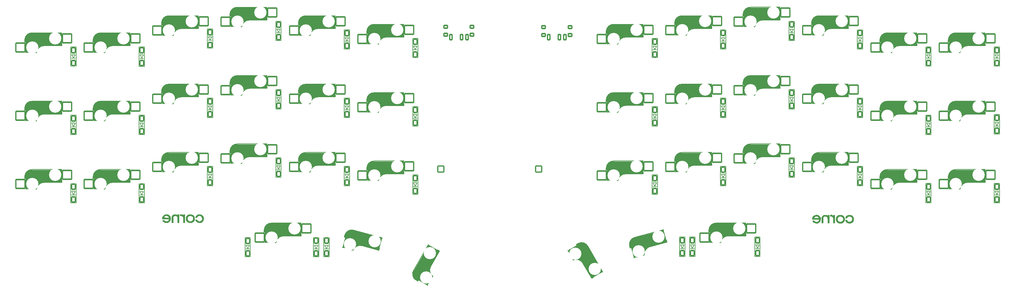
<source format=gbo>
%TF.GenerationSoftware,KiCad,Pcbnew,(6.0.9-0)*%
%TF.CreationDate,2022-12-17T11:16:42-06:00*%
%TF.ProjectId,corne-ice,636f726e-652d-4696-9365-2e6b69636164,0.1*%
%TF.SameCoordinates,Original*%
%TF.FileFunction,Legend,Bot*%
%TF.FilePolarity,Positive*%
%FSLAX46Y46*%
G04 Gerber Fmt 4.6, Leading zero omitted, Abs format (unit mm)*
G04 Created by KiCad (PCBNEW (6.0.9-0)) date 2022-12-17 11:16:42*
%MOMM*%
%LPD*%
G01*
G04 APERTURE LIST*
G04 Aperture macros list*
%AMRoundRect*
0 Rectangle with rounded corners*
0 $1 Rounding radius*
0 $2 $3 $4 $5 $6 $7 $8 $9 X,Y pos of 4 corners*
0 Add a 4 corners polygon primitive as box body*
4,1,4,$2,$3,$4,$5,$6,$7,$8,$9,$2,$3,0*
0 Add four circle primitives for the rounded corners*
1,1,$1+$1,$2,$3*
1,1,$1+$1,$4,$5*
1,1,$1+$1,$6,$7*
1,1,$1+$1,$8,$9*
0 Add four rect primitives between the rounded corners*
20,1,$1+$1,$2,$3,$4,$5,0*
20,1,$1+$1,$4,$5,$6,$7,0*
20,1,$1+$1,$6,$7,$8,$9,0*
20,1,$1+$1,$8,$9,$2,$3,0*%
G04 Aperture macros list end*
%ADD10C,0.500000*%
%ADD11C,0.300000*%
%ADD12C,0.150000*%
%ADD13C,3.500000*%
%ADD14C,3.000000*%
%ADD15C,1.000000*%
%ADD16C,0.400000*%
%ADD17C,0.800000*%
%ADD18C,0.010000*%
%ADD19RoundRect,0.200000X0.850000X-0.850000X0.850000X0.850000X-0.850000X0.850000X-0.850000X-0.850000X0*%
%ADD20O,2.100000X2.100000*%
%ADD21C,4.500000*%
%ADD22C,2.300000*%
%ADD23C,3.400000*%
%ADD24RoundRect,0.200000X1.275000X1.250000X-1.275000X1.250000X-1.275000X-1.250000X1.275000X-1.250000X0*%
%ADD25RoundRect,0.200000X1.555079X0.877413X-0.908032X1.537402X-1.555079X-0.877413X0.908032X-1.537402X0*%
%ADD26RoundRect,0.200000X-0.445032X1.729182X-1.720032X-0.479182X0.445032X-1.729182X1.720032X0.479182X0*%
%ADD27RoundRect,0.200000X1.720032X-0.479182X0.445032X1.729182X-1.720032X0.479182X-0.445032X-1.729182X0*%
%ADD28RoundRect,0.200000X0.908032X1.537402X-1.555079X0.877413X-0.908032X-1.537402X1.555079X-0.877413X0*%
%ADD29C,4.700000*%
%ADD30C,2.600000*%
%ADD31C,1.924000*%
%ADD32C,0.700000*%
%ADD33RoundRect,0.200000X0.500000X-0.700000X0.500000X0.700000X-0.500000X0.700000X-0.500000X-0.700000X0*%
%ADD34C,1.300000*%
%ADD35RoundRect,0.200000X-0.350000X-0.750000X0.350000X-0.750000X0.350000X0.750000X-0.350000X0.750000X0*%
%ADD36RoundRect,0.200000X-0.500000X-0.400000X0.500000X-0.400000X0.500000X0.400000X-0.500000X0.400000X0*%
G04 APERTURE END LIST*
D10*
X43307500Y-32530000D02*
X42007500Y-32480000D01*
D11*
X33307500Y-31730000D02*
X33307500Y-31080000D01*
D12*
X38707500Y-32780000D02*
X43507500Y-32780000D01*
D13*
X41707500Y-30980000D02*
X35007500Y-30980000D01*
D14*
X34937500Y-30680000D02*
X34937500Y-32920000D01*
D12*
X43507500Y-32780000D02*
X43507500Y-29180000D01*
X43507500Y-29180000D02*
X35307499Y-29180000D01*
X33207500Y-31080000D02*
X33207500Y-31830000D01*
D10*
X33657500Y-34480000D02*
X36107500Y-34480000D01*
D15*
X43007500Y-29780000D02*
X43007500Y-32280000D01*
D16*
X43357500Y-29380000D02*
X42107500Y-29380000D01*
D12*
X33457500Y-30230000D02*
X33457500Y-34680000D01*
X33207500Y-31830000D02*
X33407500Y-31830000D01*
D17*
X33807500Y-34180000D02*
X33807500Y-32380001D01*
D12*
X43487500Y-31780000D02*
X43487500Y-29530000D01*
X33457500Y-34680000D02*
X36487500Y-34680000D01*
X38707500Y-32780000D02*
G75*
G03*
X36491182Y-34658529I-65001J-2169999D01*
G01*
X35307499Y-29179999D02*
G75*
G03*
X33207500Y-31080001I-100000J-1999999D01*
G01*
D15*
X38307500Y-32380000D02*
G75*
G03*
X36091182Y-34258529I-65001J-2169999D01*
G01*
D12*
X52457500Y-25480000D02*
X52457500Y-29930000D01*
D13*
X60707500Y-26230000D02*
X54007500Y-26230000D01*
D10*
X62307500Y-27780000D02*
X61007500Y-27730000D01*
D17*
X52807500Y-29430000D02*
X52807500Y-27630001D01*
D12*
X52207500Y-27080000D02*
X52407500Y-27080000D01*
X52207500Y-26330000D02*
X52207500Y-27080000D01*
X62507500Y-24430000D02*
X54307499Y-24430000D01*
D15*
X62007500Y-25030000D02*
X62007500Y-27530000D01*
D12*
X62507500Y-28030000D02*
X62507500Y-24430000D01*
D14*
X53937500Y-25930000D02*
X53937500Y-28170000D01*
D11*
X52307500Y-26980000D02*
X52307500Y-26330000D01*
D12*
X62487500Y-27030000D02*
X62487500Y-24780000D01*
D16*
X62357500Y-24630000D02*
X61107500Y-24630000D01*
D10*
X52657500Y-29730000D02*
X55107500Y-29730000D01*
D12*
X52457500Y-29930000D02*
X55487500Y-29930000D01*
X57707500Y-28030000D02*
X62507500Y-28030000D01*
D15*
X57307500Y-27630000D02*
G75*
G03*
X55091182Y-29508529I-65001J-2169999D01*
G01*
D12*
X54307499Y-24429999D02*
G75*
G03*
X52207500Y-26330001I-100000J-1999999D01*
G01*
X57707500Y-28030000D02*
G75*
G03*
X55491182Y-29908529I-65001J-2169999D01*
G01*
X81487500Y-24655000D02*
X81487500Y-22405000D01*
D10*
X81307500Y-25405000D02*
X80007500Y-25355000D01*
D12*
X71457500Y-27555000D02*
X74487500Y-27555000D01*
D16*
X81357500Y-22255000D02*
X80107500Y-22255000D01*
D12*
X71207500Y-24705000D02*
X71407500Y-24705000D01*
D13*
X79707500Y-23855000D02*
X73007500Y-23855000D01*
D15*
X81007500Y-22655000D02*
X81007500Y-25155000D01*
D10*
X71657500Y-27355000D02*
X74107500Y-27355000D01*
D11*
X71307500Y-24605000D02*
X71307500Y-23955000D01*
D12*
X81507500Y-25655000D02*
X81507500Y-22055000D01*
X81507500Y-22055000D02*
X73307499Y-22055000D01*
D17*
X71807500Y-27055000D02*
X71807500Y-25255001D01*
D14*
X72937500Y-23555000D02*
X72937500Y-25795000D01*
D12*
X76707500Y-25655000D02*
X81507500Y-25655000D01*
X71207500Y-23955000D02*
X71207500Y-24705000D01*
X71457500Y-23105000D02*
X71457500Y-27555000D01*
X76707500Y-25655000D02*
G75*
G03*
X74491182Y-27533529I-65001J-2169999D01*
G01*
X73307499Y-22054999D02*
G75*
G03*
X71207500Y-23955001I-100000J-1999999D01*
G01*
D15*
X76307500Y-25255000D02*
G75*
G03*
X74091182Y-27133529I-65001J-2169999D01*
G01*
D13*
X98707500Y-26230000D02*
X92007500Y-26230000D01*
D12*
X100507500Y-24430000D02*
X92307499Y-24430000D01*
D10*
X100307500Y-27780000D02*
X99007500Y-27730000D01*
X90657500Y-29730000D02*
X93107500Y-29730000D01*
D17*
X90807500Y-29430000D02*
X90807500Y-27630001D01*
D12*
X100487500Y-27030000D02*
X100487500Y-24780000D01*
X90207500Y-26330000D02*
X90207500Y-27080000D01*
X90457500Y-25480000D02*
X90457500Y-29930000D01*
D15*
X100007500Y-25030000D02*
X100007500Y-27530000D01*
D12*
X95707500Y-28030000D02*
X100507500Y-28030000D01*
X90207500Y-27080000D02*
X90407500Y-27080000D01*
D14*
X91937500Y-25930000D02*
X91937500Y-28170000D01*
D16*
X100357500Y-24630000D02*
X99107500Y-24630000D01*
D12*
X90457500Y-29930000D02*
X93487500Y-29930000D01*
X100507500Y-28030000D02*
X100507500Y-24430000D01*
D11*
X90307500Y-26980000D02*
X90307500Y-26330000D01*
D12*
X92307499Y-24429999D02*
G75*
G03*
X90207500Y-26330001I-100000J-1999999D01*
G01*
D15*
X95307500Y-27630000D02*
G75*
G03*
X93091182Y-29508529I-65001J-2169999D01*
G01*
D12*
X95707500Y-28030000D02*
G75*
G03*
X93491182Y-29908529I-65001J-2169999D01*
G01*
D13*
X22707500Y-49980000D02*
X16007500Y-49980000D01*
D12*
X14457500Y-53680000D02*
X17487500Y-53680000D01*
D10*
X14657500Y-53480000D02*
X17107500Y-53480000D01*
D12*
X14457500Y-49230000D02*
X14457500Y-53680000D01*
D10*
X24307500Y-51530000D02*
X23007500Y-51480000D01*
D12*
X24487500Y-50780000D02*
X24487500Y-48530000D01*
D14*
X15937500Y-49680000D02*
X15937500Y-51920000D01*
D16*
X24357500Y-48380000D02*
X23107500Y-48380000D01*
D17*
X14807500Y-53180000D02*
X14807500Y-51380001D01*
D12*
X24507500Y-51780000D02*
X24507500Y-48180000D01*
X14207500Y-50080000D02*
X14207500Y-50830000D01*
D11*
X14307500Y-50730000D02*
X14307500Y-50080000D01*
D12*
X14207500Y-50830000D02*
X14407500Y-50830000D01*
D15*
X24007500Y-48780000D02*
X24007500Y-51280000D01*
D12*
X24507500Y-48180000D02*
X16307499Y-48180000D01*
X19707500Y-51780000D02*
X24507500Y-51780000D01*
X16307499Y-48179999D02*
G75*
G03*
X14207500Y-50080001I-100000J-1999999D01*
G01*
D15*
X19307500Y-51380000D02*
G75*
G03*
X17091182Y-53258529I-65001J-2169999D01*
G01*
D12*
X19707500Y-51780000D02*
G75*
G03*
X17491182Y-53658529I-65001J-2169999D01*
G01*
X33207500Y-50080000D02*
X33207500Y-50830000D01*
X33457500Y-53680000D02*
X36487500Y-53680000D01*
D10*
X33657500Y-53480000D02*
X36107500Y-53480000D01*
D11*
X33307500Y-50730000D02*
X33307500Y-50080000D01*
D12*
X38707500Y-51780000D02*
X43507500Y-51780000D01*
D13*
X41707500Y-49980000D02*
X35007500Y-49980000D01*
D14*
X34937500Y-49680000D02*
X34937500Y-51920000D01*
D12*
X43487500Y-50780000D02*
X43487500Y-48530000D01*
X33457500Y-49230000D02*
X33457500Y-53680000D01*
X43507500Y-51780000D02*
X43507500Y-48180000D01*
X33207500Y-50830000D02*
X33407500Y-50830000D01*
X43507500Y-48180000D02*
X35307499Y-48180000D01*
D17*
X33807500Y-53180000D02*
X33807500Y-51380001D01*
D15*
X43007500Y-48780000D02*
X43007500Y-51280000D01*
D10*
X43307500Y-51530000D02*
X42007500Y-51480000D01*
D16*
X43357500Y-48380000D02*
X42107500Y-48380000D01*
D15*
X38307500Y-51380000D02*
G75*
G03*
X36091182Y-53258529I-65001J-2169999D01*
G01*
D12*
X38707500Y-51780000D02*
G75*
G03*
X36491182Y-53658529I-65001J-2169999D01*
G01*
X35307499Y-48179999D02*
G75*
G03*
X33207500Y-50080001I-100000J-1999999D01*
G01*
X62487500Y-46030000D02*
X62487500Y-43780000D01*
D10*
X62307500Y-46780000D02*
X61007500Y-46730000D01*
D12*
X62507500Y-47030000D02*
X62507500Y-43430000D01*
X52207500Y-45330000D02*
X52207500Y-46080000D01*
X52457500Y-44480000D02*
X52457500Y-48930000D01*
D11*
X52307500Y-45980000D02*
X52307500Y-45330000D01*
D17*
X52807500Y-48430000D02*
X52807500Y-46630001D01*
D14*
X53937500Y-44930000D02*
X53937500Y-47170000D01*
D13*
X60707500Y-45230000D02*
X54007500Y-45230000D01*
D12*
X57707500Y-47030000D02*
X62507500Y-47030000D01*
D10*
X52657500Y-48730000D02*
X55107500Y-48730000D01*
D12*
X52457500Y-48930000D02*
X55487500Y-48930000D01*
D16*
X62357500Y-43630000D02*
X61107500Y-43630000D01*
D12*
X52207500Y-46080000D02*
X52407500Y-46080000D01*
D15*
X62007500Y-44030000D02*
X62007500Y-46530000D01*
D12*
X62507500Y-43430000D02*
X54307499Y-43430000D01*
D15*
X57307500Y-46630000D02*
G75*
G03*
X55091182Y-48508529I-65001J-2169999D01*
G01*
D12*
X57707500Y-47030000D02*
G75*
G03*
X55491182Y-48908529I-65001J-2169999D01*
G01*
X54307499Y-43429999D02*
G75*
G03*
X52207500Y-45330001I-100000J-1999999D01*
G01*
X76707500Y-44655000D02*
X81507500Y-44655000D01*
D17*
X71807500Y-46055000D02*
X71807500Y-44255001D01*
D12*
X71457500Y-42105000D02*
X71457500Y-46555000D01*
D14*
X72937500Y-42555000D02*
X72937500Y-44795000D01*
D15*
X81007500Y-41655000D02*
X81007500Y-44155000D01*
D12*
X71207500Y-43705000D02*
X71407500Y-43705000D01*
X71457500Y-46555000D02*
X74487500Y-46555000D01*
D11*
X71307500Y-43605000D02*
X71307500Y-42955000D01*
D13*
X79707500Y-42855000D02*
X73007500Y-42855000D01*
D16*
X81357500Y-41255000D02*
X80107500Y-41255000D01*
D10*
X71657500Y-46355000D02*
X74107500Y-46355000D01*
D12*
X81507500Y-44655000D02*
X81507500Y-41055000D01*
X71207500Y-42955000D02*
X71207500Y-43705000D01*
X81487500Y-43655000D02*
X81487500Y-41405000D01*
D10*
X81307500Y-44405000D02*
X80007500Y-44355000D01*
D12*
X81507500Y-41055000D02*
X73307499Y-41055000D01*
D15*
X76307500Y-44255000D02*
G75*
G03*
X74091182Y-46133529I-65001J-2169999D01*
G01*
D12*
X73307499Y-41054999D02*
G75*
G03*
X71207500Y-42955001I-100000J-1999999D01*
G01*
X76707500Y-44655000D02*
G75*
G03*
X74491182Y-46533529I-65001J-2169999D01*
G01*
D16*
X100357500Y-43630000D02*
X99107500Y-43630000D01*
D12*
X95707500Y-47030000D02*
X100507500Y-47030000D01*
D15*
X100007500Y-44030000D02*
X100007500Y-46530000D01*
D10*
X90657500Y-48730000D02*
X93107500Y-48730000D01*
D12*
X90457500Y-48930000D02*
X93487500Y-48930000D01*
X100507500Y-43430000D02*
X92307499Y-43430000D01*
X90207500Y-46080000D02*
X90407500Y-46080000D01*
D10*
X100307500Y-46780000D02*
X99007500Y-46730000D01*
D14*
X91937500Y-44930000D02*
X91937500Y-47170000D01*
D12*
X100507500Y-47030000D02*
X100507500Y-43430000D01*
X90207500Y-45330000D02*
X90207500Y-46080000D01*
D13*
X98707500Y-45230000D02*
X92007500Y-45230000D01*
D12*
X90457500Y-44480000D02*
X90457500Y-48930000D01*
X100487500Y-46030000D02*
X100487500Y-43780000D01*
D11*
X90307500Y-45980000D02*
X90307500Y-45330000D01*
D17*
X90807500Y-48430000D02*
X90807500Y-46630001D01*
D15*
X95307500Y-46630000D02*
G75*
G03*
X93091182Y-48508529I-65001J-2169999D01*
G01*
D12*
X92307499Y-43429999D02*
G75*
G03*
X90207500Y-45330001I-100000J-1999999D01*
G01*
X95707500Y-47030000D02*
G75*
G03*
X93491182Y-48908529I-65001J-2169999D01*
G01*
X109457500Y-51305000D02*
X112487500Y-51305000D01*
D15*
X119007500Y-46405000D02*
X119007500Y-48905000D01*
D12*
X119487500Y-48405000D02*
X119487500Y-46155000D01*
D10*
X119307500Y-49155000D02*
X118007500Y-49105000D01*
D14*
X110937500Y-47305000D02*
X110937500Y-49545000D01*
D10*
X109657500Y-51105000D02*
X112107500Y-51105000D01*
D12*
X109207500Y-47705000D02*
X109207500Y-48455000D01*
D13*
X117707500Y-47605000D02*
X111007500Y-47605000D01*
D12*
X114707500Y-49405000D02*
X119507500Y-49405000D01*
X109207500Y-48455000D02*
X109407500Y-48455000D01*
X119507500Y-45805000D02*
X111307499Y-45805000D01*
D11*
X109307500Y-48355000D02*
X109307500Y-47705000D01*
D12*
X119507500Y-49405000D02*
X119507500Y-45805000D01*
D16*
X119357500Y-46005000D02*
X118107500Y-46005000D01*
D17*
X109807500Y-50805000D02*
X109807500Y-49005001D01*
D12*
X109457500Y-46855000D02*
X109457500Y-51305000D01*
X111307499Y-45804999D02*
G75*
G03*
X109207500Y-47705001I-100000J-1999999D01*
G01*
D15*
X114307500Y-49005000D02*
G75*
G03*
X112091182Y-50883529I-65001J-2169999D01*
G01*
D12*
X114707500Y-49405000D02*
G75*
G03*
X112491182Y-51283529I-65001J-2169999D01*
G01*
D11*
X14307500Y-69730000D02*
X14307500Y-69080000D01*
D14*
X15937500Y-68680000D02*
X15937500Y-70920000D01*
D12*
X14207500Y-69080000D02*
X14207500Y-69830000D01*
D16*
X24357500Y-67380000D02*
X23107500Y-67380000D01*
D12*
X24507500Y-70780000D02*
X24507500Y-67180000D01*
D15*
X24007500Y-67780000D02*
X24007500Y-70280000D01*
D12*
X14457500Y-72680000D02*
X17487500Y-72680000D01*
X24487500Y-69780000D02*
X24487500Y-67530000D01*
D13*
X22707500Y-68980000D02*
X16007500Y-68980000D01*
D12*
X14457500Y-68230000D02*
X14457500Y-72680000D01*
D17*
X14807500Y-72180000D02*
X14807500Y-70380001D01*
D10*
X24307500Y-70530000D02*
X23007500Y-70480000D01*
D12*
X19707500Y-70780000D02*
X24507500Y-70780000D01*
X14207500Y-69830000D02*
X14407500Y-69830000D01*
D10*
X14657500Y-72480000D02*
X17107500Y-72480000D01*
D12*
X24507500Y-67180000D02*
X16307499Y-67180000D01*
X16307499Y-67179999D02*
G75*
G03*
X14207500Y-69080001I-100000J-1999999D01*
G01*
X19707500Y-70780000D02*
G75*
G03*
X17491182Y-72658529I-65001J-2169999D01*
G01*
D15*
X19307500Y-70380000D02*
G75*
G03*
X17091182Y-72258529I-65001J-2169999D01*
G01*
D12*
X38707500Y-70780000D02*
X43507500Y-70780000D01*
X43487500Y-69780000D02*
X43487500Y-67530000D01*
D15*
X43007500Y-67780000D02*
X43007500Y-70280000D01*
D16*
X43357500Y-67380000D02*
X42107500Y-67380000D01*
D12*
X33457500Y-68230000D02*
X33457500Y-72680000D01*
D17*
X33807500Y-72180000D02*
X33807500Y-70380001D01*
D10*
X33657500Y-72480000D02*
X36107500Y-72480000D01*
D11*
X33307500Y-69730000D02*
X33307500Y-69080000D01*
D12*
X43507500Y-70780000D02*
X43507500Y-67180000D01*
X33207500Y-69830000D02*
X33407500Y-69830000D01*
D13*
X41707500Y-68980000D02*
X35007500Y-68980000D01*
D14*
X34937500Y-68680000D02*
X34937500Y-70920000D01*
D12*
X43507500Y-67180000D02*
X35307499Y-67180000D01*
X33457500Y-72680000D02*
X36487500Y-72680000D01*
D10*
X43307500Y-70530000D02*
X42007500Y-70480000D01*
D12*
X33207500Y-69080000D02*
X33207500Y-69830000D01*
X35307499Y-67179999D02*
G75*
G03*
X33207500Y-69080001I-100000J-1999999D01*
G01*
D15*
X38307500Y-70380000D02*
G75*
G03*
X36091182Y-72258529I-65001J-2169999D01*
G01*
D12*
X38707500Y-70780000D02*
G75*
G03*
X36491182Y-72658529I-65001J-2169999D01*
G01*
D16*
X62357500Y-62630000D02*
X61107500Y-62630000D01*
D10*
X62307500Y-65780000D02*
X61007500Y-65730000D01*
D12*
X52457500Y-67930000D02*
X55487500Y-67930000D01*
X52207500Y-65080000D02*
X52407500Y-65080000D01*
D10*
X52657500Y-67730000D02*
X55107500Y-67730000D01*
D17*
X52807500Y-67430000D02*
X52807500Y-65630001D01*
D12*
X62507500Y-66030000D02*
X62507500Y-62430000D01*
X52207500Y-64330000D02*
X52207500Y-65080000D01*
D15*
X62007500Y-63030000D02*
X62007500Y-65530000D01*
D12*
X57707500Y-66030000D02*
X62507500Y-66030000D01*
X62487500Y-65030000D02*
X62487500Y-62780000D01*
X52457500Y-63480000D02*
X52457500Y-67930000D01*
D13*
X60707500Y-64230000D02*
X54007500Y-64230000D01*
D14*
X53937500Y-63930000D02*
X53937500Y-66170000D01*
D11*
X52307500Y-64980000D02*
X52307500Y-64330000D01*
D12*
X62507500Y-62430000D02*
X54307499Y-62430000D01*
D15*
X57307500Y-65630000D02*
G75*
G03*
X55091182Y-67508529I-65001J-2169999D01*
G01*
D12*
X57707500Y-66030000D02*
G75*
G03*
X55491182Y-67908529I-65001J-2169999D01*
G01*
X54307499Y-62429999D02*
G75*
G03*
X52207500Y-64330001I-100000J-1999999D01*
G01*
D10*
X71657500Y-65355000D02*
X74107500Y-65355000D01*
X81307500Y-63405000D02*
X80007500Y-63355000D01*
D13*
X79707500Y-61855000D02*
X73007500Y-61855000D01*
D12*
X71457500Y-61105000D02*
X71457500Y-65555000D01*
D17*
X71807500Y-65055000D02*
X71807500Y-63255001D01*
D12*
X71457500Y-65555000D02*
X74487500Y-65555000D01*
D14*
X72937500Y-61555000D02*
X72937500Y-63795000D01*
D16*
X81357500Y-60255000D02*
X80107500Y-60255000D01*
D12*
X71207500Y-62705000D02*
X71407500Y-62705000D01*
X71207500Y-61955000D02*
X71207500Y-62705000D01*
X81487500Y-62655000D02*
X81487500Y-60405000D01*
X81507500Y-60055000D02*
X73307499Y-60055000D01*
D11*
X71307500Y-62605000D02*
X71307500Y-61955000D01*
D12*
X76707500Y-63655000D02*
X81507500Y-63655000D01*
D15*
X81007500Y-60655000D02*
X81007500Y-63155000D01*
D12*
X81507500Y-63655000D02*
X81507500Y-60055000D01*
D15*
X76307500Y-63255000D02*
G75*
G03*
X74091182Y-65133529I-65001J-2169999D01*
G01*
D12*
X73307499Y-60054999D02*
G75*
G03*
X71207500Y-61955001I-100000J-1999999D01*
G01*
X76707500Y-63655000D02*
G75*
G03*
X74491182Y-65533529I-65001J-2169999D01*
G01*
X90207500Y-65080000D02*
X90407500Y-65080000D01*
X90457500Y-63480000D02*
X90457500Y-67930000D01*
D17*
X90807500Y-67430000D02*
X90807500Y-65630001D01*
D12*
X100507500Y-66030000D02*
X100507500Y-62430000D01*
X100507500Y-62430000D02*
X92307499Y-62430000D01*
D10*
X90657500Y-67730000D02*
X93107500Y-67730000D01*
D11*
X90307500Y-64980000D02*
X90307500Y-64330000D01*
D12*
X95707500Y-66030000D02*
X100507500Y-66030000D01*
D15*
X100007500Y-63030000D02*
X100007500Y-65530000D01*
D12*
X90207500Y-64330000D02*
X90207500Y-65080000D01*
X100487500Y-65030000D02*
X100487500Y-62780000D01*
D14*
X91937500Y-63930000D02*
X91937500Y-66170000D01*
D10*
X100307500Y-65780000D02*
X99007500Y-65730000D01*
D16*
X100357500Y-62630000D02*
X99107500Y-62630000D01*
D13*
X98707500Y-64230000D02*
X92007500Y-64230000D01*
D12*
X90457500Y-67930000D02*
X93487500Y-67930000D01*
X95707500Y-66030000D02*
G75*
G03*
X93491182Y-67908529I-65001J-2169999D01*
G01*
X92307499Y-62429999D02*
G75*
G03*
X90207500Y-64330001I-100000J-1999999D01*
G01*
D15*
X95307500Y-65630000D02*
G75*
G03*
X93091182Y-67508529I-65001J-2169999D01*
G01*
D16*
X119357500Y-65005000D02*
X118107500Y-65005000D01*
D12*
X119487500Y-67405000D02*
X119487500Y-65155000D01*
D11*
X109307500Y-67355000D02*
X109307500Y-66705000D01*
D12*
X114707500Y-68405000D02*
X119507500Y-68405000D01*
D10*
X109657500Y-70105000D02*
X112107500Y-70105000D01*
D17*
X109807500Y-69805000D02*
X109807500Y-68005001D01*
D12*
X119507500Y-68405000D02*
X119507500Y-64805000D01*
X109207500Y-67455000D02*
X109407500Y-67455000D01*
X109457500Y-65855000D02*
X109457500Y-70305000D01*
D10*
X119307500Y-68155000D02*
X118007500Y-68105000D01*
D15*
X119007500Y-65405000D02*
X119007500Y-67905000D01*
D12*
X109207500Y-66705000D02*
X109207500Y-67455000D01*
X119507500Y-64805000D02*
X111307499Y-64805000D01*
X109457500Y-70305000D02*
X112487500Y-70305000D01*
D13*
X117707500Y-66605000D02*
X111007500Y-66605000D01*
D14*
X110937500Y-66305000D02*
X110937500Y-68545000D01*
D12*
X111307499Y-64804999D02*
G75*
G03*
X109207500Y-66705001I-100000J-1999999D01*
G01*
X114707500Y-68405000D02*
G75*
G03*
X112491182Y-70283529I-65001J-2169999D01*
G01*
D15*
X114307500Y-68005000D02*
G75*
G03*
X112091182Y-69883529I-65001J-2169999D01*
G01*
D12*
X80957500Y-87555000D02*
X83987500Y-87555000D01*
D16*
X90857500Y-82255000D02*
X89607500Y-82255000D01*
D12*
X90987500Y-84655000D02*
X90987500Y-82405000D01*
D17*
X81307500Y-87055000D02*
X81307500Y-85255001D01*
D12*
X91007500Y-82055000D02*
X82807499Y-82055000D01*
D15*
X90507500Y-82655000D02*
X90507500Y-85155000D01*
D13*
X89207500Y-83855000D02*
X82507500Y-83855000D01*
D10*
X81157500Y-87355000D02*
X83607500Y-87355000D01*
D12*
X80957500Y-83105000D02*
X80957500Y-87555000D01*
X91007500Y-85655000D02*
X91007500Y-82055000D01*
X80707500Y-84705000D02*
X80907500Y-84705000D01*
D11*
X80807500Y-84605000D02*
X80807500Y-83955000D01*
D12*
X80707500Y-83955000D02*
X80707500Y-84705000D01*
D14*
X82437500Y-83555000D02*
X82437500Y-85795000D01*
D10*
X90807500Y-85405000D02*
X89507500Y-85355000D01*
D12*
X86207500Y-85655000D02*
X91007500Y-85655000D01*
X86207500Y-85655000D02*
G75*
G03*
X83991182Y-87533529I-65001J-2169999D01*
G01*
X82807499Y-82054999D02*
G75*
G03*
X80707500Y-83955001I-100000J-1999999D01*
G01*
D15*
X85807500Y-85255000D02*
G75*
G03*
X83591182Y-87133529I-65001J-2169999D01*
G01*
D12*
X102930873Y-86062561D02*
X103124058Y-86114324D01*
X103586465Y-84581784D02*
X102434720Y-88880154D01*
D14*
X104899566Y-85399503D02*
X104319812Y-87563177D01*
D12*
X107997587Y-88403695D02*
X112634031Y-89646026D01*
X103124987Y-85338116D02*
X102930873Y-86062561D01*
D16*
X113369127Y-86323056D02*
X112161719Y-85999532D01*
D12*
X113565779Y-86168693D02*
X105645187Y-84046377D01*
D10*
X112505550Y-89352781D02*
X111262788Y-88968020D01*
D15*
X112927525Y-86618839D02*
X112280477Y-89033654D01*
D13*
X111361239Y-87441486D02*
X104889536Y-85707398D01*
D11*
X103053347Y-85991850D02*
X103221580Y-85363998D01*
D17*
X102902204Y-88487778D02*
X103368078Y-86749112D01*
D12*
X112873531Y-88674924D02*
X113455874Y-86501591D01*
X102434720Y-88880154D02*
X105361475Y-89664376D01*
D10*
X102679669Y-88738733D02*
X105046187Y-89372839D01*
D12*
X112634031Y-89646026D02*
X113565779Y-86168693D01*
D15*
X107714744Y-87913797D02*
G75*
G03*
X105087746Y-89154691I-624423J-2079235D01*
G01*
D12*
X105645187Y-84046377D02*
G75*
G03*
X103124987Y-85338117I-614231J-1905968D01*
G01*
X107997587Y-88403695D02*
G75*
G03*
X105370589Y-89644589I-624423J-2079234D01*
G01*
X128583398Y-89361809D02*
X126634841Y-88236809D01*
X123486700Y-98289550D02*
X123586700Y-98116345D01*
X127059424Y-94001410D02*
X129459424Y-89844488D01*
D11*
X123450097Y-98152947D02*
X122887181Y-97827947D01*
D12*
X129459424Y-89844488D02*
X126341732Y-88044488D01*
D14*
X123355770Y-96216326D02*
X125295667Y-97336326D01*
D10*
X126006667Y-99224838D02*
X127231667Y-97103076D01*
D12*
X126341732Y-88044488D02*
X122241732Y-95145897D01*
D13*
X127000578Y-90503334D02*
X123650578Y-96305704D01*
D10*
X129142917Y-89892693D02*
X128449616Y-90993526D01*
D12*
X126079872Y-99498044D02*
X127594872Y-96873987D01*
X122837181Y-97914550D02*
X123486700Y-98289550D01*
D17*
X125821859Y-98944935D02*
X124263014Y-98044935D01*
D15*
X126611348Y-88777501D02*
X128776411Y-90027501D01*
D12*
X122226059Y-97273044D02*
X126079872Y-99498044D01*
D16*
X126439937Y-88274392D02*
X125814937Y-89356924D01*
D12*
X127059424Y-94001410D02*
G75*
G03*
X127578119Y-96860062I1846774J-1141292D01*
G01*
D15*
X126513013Y-94147819D02*
G75*
G03*
X127031708Y-97006473I1846774J-1141293D01*
G01*
D12*
X122241732Y-95145897D02*
G75*
G03*
X122837181Y-97914550I1682049J-1086602D01*
G01*
X169262576Y-93303590D02*
X171662576Y-97460512D01*
X167335300Y-88065450D02*
X167435300Y-88238655D01*
D10*
X165265333Y-89780162D02*
X166490333Y-91901924D01*
D12*
X167984819Y-87690450D02*
X167335300Y-88065450D01*
X168845941Y-87481956D02*
X164992128Y-89706956D01*
D11*
X167471903Y-88102053D02*
X168034819Y-87777053D01*
D14*
X169196230Y-88988674D02*
X167256333Y-90108674D01*
D12*
X164992128Y-89706956D02*
X166507128Y-92331013D01*
X171662576Y-97460512D02*
X174780268Y-95660512D01*
D13*
X172321422Y-95001666D02*
X168971422Y-89199296D01*
D12*
X172518602Y-96943191D02*
X174467159Y-95818191D01*
D16*
X174532063Y-95630608D02*
X173907063Y-94548076D01*
D15*
X174010652Y-95527499D02*
X171845589Y-96777499D01*
D10*
X171779083Y-97162307D02*
X171172384Y-96011474D01*
D17*
X165600141Y-89760065D02*
X167158986Y-88860066D01*
D12*
X174780268Y-95660512D02*
X170680267Y-88559103D01*
D15*
X169408987Y-92757179D02*
G75*
G03*
X166673974Y-91777056I-1911775J-1028708D01*
G01*
D12*
X170680268Y-88559103D02*
G75*
G03*
X167984819Y-87690451I-1782050J-913396D01*
G01*
X169262576Y-93303590D02*
G75*
G03*
X166527563Y-92323467I-1911775J-1028707D01*
G01*
D11*
X213814500Y-62600000D02*
X213814500Y-61950000D01*
D12*
X213964500Y-61100000D02*
X213964500Y-65550000D01*
D10*
X223814500Y-63400000D02*
X222514500Y-63350000D01*
D12*
X219214500Y-63650000D02*
X224014500Y-63650000D01*
D15*
X223514500Y-60650000D02*
X223514500Y-63150000D01*
D16*
X223864500Y-60250000D02*
X222614500Y-60250000D01*
D12*
X213714500Y-61950000D02*
X213714500Y-62700000D01*
D14*
X215444500Y-61550000D02*
X215444500Y-63790000D01*
D13*
X222214500Y-61850000D02*
X215514500Y-61850000D01*
D12*
X213714500Y-62700000D02*
X213914500Y-62700000D01*
D10*
X214164500Y-65350000D02*
X216614500Y-65350000D01*
D12*
X224014500Y-63650000D02*
X224014500Y-60050000D01*
X223994500Y-62650000D02*
X223994500Y-60400000D01*
X213964500Y-65550000D02*
X216994500Y-65550000D01*
D17*
X214314500Y-65050000D02*
X214314500Y-63250001D01*
D12*
X224014500Y-60050000D02*
X215814499Y-60050000D01*
X219214500Y-63650000D02*
G75*
G03*
X216998182Y-65528529I-65001J-2169999D01*
G01*
X215814499Y-60049999D02*
G75*
G03*
X213714500Y-61950001I-100000J-1999999D01*
G01*
D15*
X218814500Y-63250000D02*
G75*
G03*
X216598182Y-65128529I-65001J-2169999D01*
G01*
D12*
X205014500Y-62425000D02*
X196814499Y-62425000D01*
D10*
X204814500Y-65775000D02*
X203514500Y-65725000D01*
D17*
X195314500Y-67425000D02*
X195314500Y-65625001D01*
D12*
X194714500Y-64325000D02*
X194714500Y-65075000D01*
D15*
X204514500Y-63025000D02*
X204514500Y-65525000D01*
D13*
X203214500Y-64225000D02*
X196514500Y-64225000D01*
D16*
X204864500Y-62625000D02*
X203614500Y-62625000D01*
D10*
X195164500Y-67725000D02*
X197614500Y-67725000D01*
D12*
X204994500Y-65025000D02*
X204994500Y-62775000D01*
X194964500Y-67925000D02*
X197994500Y-67925000D01*
X194964500Y-63475000D02*
X194964500Y-67925000D01*
D14*
X196444500Y-63925000D02*
X196444500Y-66165000D01*
D12*
X194714500Y-65075000D02*
X194914500Y-65075000D01*
D11*
X194814500Y-64975000D02*
X194814500Y-64325000D01*
D12*
X205014500Y-66025000D02*
X205014500Y-62425000D01*
X200214500Y-66025000D02*
X205014500Y-66025000D01*
X196814499Y-62424999D02*
G75*
G03*
X194714500Y-64325001I-100000J-1999999D01*
G01*
D15*
X199814500Y-65625000D02*
G75*
G03*
X197598182Y-67503529I-65001J-2169999D01*
G01*
D12*
X200214500Y-66025000D02*
G75*
G03*
X197998182Y-67903529I-65001J-2169999D01*
G01*
X175964500Y-65850000D02*
X175964500Y-70300000D01*
D10*
X185814500Y-68150000D02*
X184514500Y-68100000D01*
D17*
X176314500Y-69800000D02*
X176314500Y-68000001D01*
D16*
X185864500Y-65000000D02*
X184614500Y-65000000D01*
D12*
X181214500Y-68400000D02*
X186014500Y-68400000D01*
D11*
X175814500Y-67350000D02*
X175814500Y-66700000D01*
D12*
X185994500Y-67400000D02*
X185994500Y-65150000D01*
D14*
X177444500Y-66300000D02*
X177444500Y-68540000D01*
D12*
X186014500Y-68400000D02*
X186014500Y-64800000D01*
D15*
X185514500Y-65400000D02*
X185514500Y-67900000D01*
D12*
X175714500Y-66700000D02*
X175714500Y-67450000D01*
D10*
X176164500Y-70100000D02*
X178614500Y-70100000D01*
D12*
X186014500Y-64800000D02*
X177814499Y-64800000D01*
D13*
X184214500Y-66600000D02*
X177514500Y-66600000D01*
D12*
X175964500Y-70300000D02*
X178994500Y-70300000D01*
X175714500Y-67450000D02*
X175914500Y-67450000D01*
X181214500Y-68400000D02*
G75*
G03*
X178998182Y-70278529I-65001J-2169999D01*
G01*
D15*
X180814500Y-68000000D02*
G75*
G03*
X178598182Y-69878529I-65001J-2169999D01*
G01*
D12*
X177814499Y-64799999D02*
G75*
G03*
X175714500Y-66700001I-100000J-1999999D01*
G01*
X209714500Y-85650000D02*
X214514500Y-85650000D01*
X214494500Y-84650000D02*
X214494500Y-82400000D01*
D10*
X204664500Y-87350000D02*
X207114500Y-87350000D01*
D12*
X204464500Y-83100000D02*
X204464500Y-87550000D01*
D15*
X214014500Y-82650000D02*
X214014500Y-85150000D01*
D12*
X204214500Y-83950000D02*
X204214500Y-84700000D01*
X214514500Y-85650000D02*
X214514500Y-82050000D01*
D11*
X204314500Y-84600000D02*
X204314500Y-83950000D01*
D16*
X214364500Y-82250000D02*
X213114500Y-82250000D01*
D14*
X205944500Y-83550000D02*
X205944500Y-85790000D01*
D13*
X212714500Y-83850000D02*
X206014500Y-83850000D01*
D12*
X204464500Y-87550000D02*
X207494500Y-87550000D01*
D10*
X214314500Y-85400000D02*
X213014500Y-85350000D01*
D17*
X204814500Y-87050000D02*
X204814500Y-85250001D01*
D12*
X204214500Y-84700000D02*
X204414500Y-84700000D01*
X214514500Y-82050000D02*
X206314499Y-82050000D01*
X209714500Y-85650000D02*
G75*
G03*
X207498182Y-87528529I-65001J-2169999D01*
G01*
D15*
X209314500Y-85250000D02*
G75*
G03*
X207098182Y-87128529I-65001J-2169999D01*
G01*
D12*
X206314499Y-82049999D02*
G75*
G03*
X204214500Y-83950001I-100000J-1999999D01*
G01*
D13*
X190383576Y-86090627D02*
X183911873Y-87824714D01*
D12*
X187951673Y-88605750D02*
X192588117Y-87363419D01*
X182199088Y-88387181D02*
X182393202Y-89111625D01*
X191656368Y-83886086D02*
X183735775Y-86008402D01*
X182393202Y-89111625D02*
X182586388Y-89059862D01*
X182220573Y-87501439D02*
X183372318Y-91799809D01*
D10*
X192330227Y-87173701D02*
X191061582Y-87461870D01*
X183513739Y-91554860D02*
X185880258Y-90920754D01*
D12*
X192588117Y-87363419D02*
X191656368Y-83886086D01*
D16*
X191563243Y-84118094D02*
X190355836Y-84441618D01*
D12*
X183372318Y-91799809D02*
X186299073Y-91015587D01*
D11*
X182463913Y-88989151D02*
X182295681Y-88361299D01*
D12*
X192309979Y-86402669D02*
X191727636Y-84229336D01*
D15*
X191328696Y-84595051D02*
X191975744Y-87009865D01*
D14*
X183766612Y-87553054D02*
X184346367Y-89716728D01*
D17*
X183580983Y-91226260D02*
X183115109Y-89487594D01*
D15*
X187461775Y-88322908D02*
G75*
G03*
X185807175Y-90711052I498851J-2112881D01*
G01*
D12*
X187951673Y-88605751D02*
G75*
G03*
X186297073Y-90993895I498850J-2112881D01*
G01*
X183735775Y-86008401D02*
G75*
G03*
X182199088Y-88387182I421047J-1957734D01*
G01*
X219214500Y-25650000D02*
X224014500Y-25650000D01*
D15*
X223514500Y-22650000D02*
X223514500Y-25150000D01*
D17*
X214314500Y-27050000D02*
X214314500Y-25250001D01*
D12*
X223994500Y-24650000D02*
X223994500Y-22400000D01*
D10*
X223814500Y-25400000D02*
X222514500Y-25350000D01*
D12*
X213714500Y-23950000D02*
X213714500Y-24700000D01*
D10*
X214164500Y-27350000D02*
X216614500Y-27350000D01*
D12*
X213714500Y-24700000D02*
X213914500Y-24700000D01*
D11*
X213814500Y-24600000D02*
X213814500Y-23950000D01*
D12*
X213964500Y-23100000D02*
X213964500Y-27550000D01*
X213964500Y-27550000D02*
X216994500Y-27550000D01*
D16*
X223864500Y-22250000D02*
X222614500Y-22250000D01*
D13*
X222214500Y-23850000D02*
X215514500Y-23850000D01*
D12*
X224014500Y-25650000D02*
X224014500Y-22050000D01*
X224014500Y-22050000D02*
X215814499Y-22050000D01*
D14*
X215444500Y-23550000D02*
X215444500Y-25790000D01*
D15*
X218814500Y-25250000D02*
G75*
G03*
X216598182Y-27128529I-65001J-2169999D01*
G01*
D12*
X219214500Y-25650000D02*
G75*
G03*
X216998182Y-27528529I-65001J-2169999D01*
G01*
X215814499Y-22049999D02*
G75*
G03*
X213714500Y-23950001I-100000J-1999999D01*
G01*
X194714500Y-27075000D02*
X194914500Y-27075000D01*
D11*
X194814500Y-26975000D02*
X194814500Y-26325000D01*
D14*
X196444500Y-25925000D02*
X196444500Y-28165000D01*
D16*
X204864500Y-24625000D02*
X203614500Y-24625000D01*
D15*
X204514500Y-25025000D02*
X204514500Y-27525000D01*
D12*
X205014500Y-24425000D02*
X196814499Y-24425000D01*
D17*
X195314500Y-29425000D02*
X195314500Y-27625001D01*
D12*
X194714500Y-26325000D02*
X194714500Y-27075000D01*
X194964500Y-29925000D02*
X197994500Y-29925000D01*
X205014500Y-28025000D02*
X205014500Y-24425000D01*
D10*
X204814500Y-27775000D02*
X203514500Y-27725000D01*
D13*
X203214500Y-26225000D02*
X196514500Y-26225000D01*
D12*
X200214500Y-28025000D02*
X205014500Y-28025000D01*
D10*
X195164500Y-29725000D02*
X197614500Y-29725000D01*
D12*
X194964500Y-25475000D02*
X194964500Y-29925000D01*
X204994500Y-27025000D02*
X204994500Y-24775000D01*
X196814499Y-24424999D02*
G75*
G03*
X194714500Y-26325001I-100000J-1999999D01*
G01*
X200214500Y-28025000D02*
G75*
G03*
X197998182Y-29903529I-65001J-2169999D01*
G01*
D15*
X199814500Y-27625000D02*
G75*
G03*
X197598182Y-29503529I-65001J-2169999D01*
G01*
D12*
X270714500Y-50825000D02*
X270914500Y-50825000D01*
X270964500Y-49225000D02*
X270964500Y-53675000D01*
D16*
X280864500Y-48375000D02*
X279614500Y-48375000D01*
D10*
X280814500Y-51525000D02*
X279514500Y-51475000D01*
D12*
X270714500Y-50075000D02*
X270714500Y-50825000D01*
X276214500Y-51775000D02*
X281014500Y-51775000D01*
X281014500Y-48175000D02*
X272814499Y-48175000D01*
D17*
X271314500Y-53175000D02*
X271314500Y-51375001D01*
D10*
X271164500Y-53475000D02*
X273614500Y-53475000D01*
D14*
X272444500Y-49675000D02*
X272444500Y-51915000D01*
D12*
X281014500Y-51775000D02*
X281014500Y-48175000D01*
X270964500Y-53675000D02*
X273994500Y-53675000D01*
D11*
X270814500Y-50725000D02*
X270814500Y-50075000D01*
D12*
X280994500Y-50775000D02*
X280994500Y-48525000D01*
D13*
X279214500Y-49975000D02*
X272514500Y-49975000D01*
D15*
X280514500Y-48775000D02*
X280514500Y-51275000D01*
X275814500Y-51375000D02*
G75*
G03*
X273598182Y-53253529I-65001J-2169999D01*
G01*
D12*
X272814499Y-48174999D02*
G75*
G03*
X270714500Y-50075001I-100000J-1999999D01*
G01*
X276214500Y-51775000D02*
G75*
G03*
X273998182Y-53653529I-65001J-2169999D01*
G01*
D17*
X233314500Y-29425000D02*
X233314500Y-27625001D01*
D10*
X233164500Y-29725000D02*
X235614500Y-29725000D01*
D11*
X232814500Y-26975000D02*
X232814500Y-26325000D01*
D12*
X243014500Y-24425000D02*
X234814499Y-24425000D01*
X232714500Y-27075000D02*
X232914500Y-27075000D01*
X232964500Y-25475000D02*
X232964500Y-29925000D01*
D15*
X242514500Y-25025000D02*
X242514500Y-27525000D01*
D13*
X241214500Y-26225000D02*
X234514500Y-26225000D01*
D12*
X232964500Y-29925000D02*
X235994500Y-29925000D01*
X242994500Y-27025000D02*
X242994500Y-24775000D01*
D10*
X242814500Y-27775000D02*
X241514500Y-27725000D01*
D14*
X234444500Y-25925000D02*
X234444500Y-28165000D01*
D12*
X243014500Y-28025000D02*
X243014500Y-24425000D01*
X238214500Y-28025000D02*
X243014500Y-28025000D01*
X232714500Y-26325000D02*
X232714500Y-27075000D01*
D16*
X242864500Y-24625000D02*
X241614500Y-24625000D01*
D12*
X238214500Y-28025000D02*
G75*
G03*
X235998182Y-29903529I-65001J-2169999D01*
G01*
D15*
X237814500Y-27625000D02*
G75*
G03*
X235598182Y-29503529I-65001J-2169999D01*
G01*
D12*
X234814499Y-24424999D02*
G75*
G03*
X232714500Y-26325001I-100000J-1999999D01*
G01*
D10*
X252164500Y-53475000D02*
X254614500Y-53475000D01*
D14*
X253444500Y-49675000D02*
X253444500Y-51915000D01*
D15*
X261514500Y-48775000D02*
X261514500Y-51275000D01*
D12*
X257214500Y-51775000D02*
X262014500Y-51775000D01*
D17*
X252314500Y-53175000D02*
X252314500Y-51375001D01*
D12*
X251714500Y-50075000D02*
X251714500Y-50825000D01*
X261994500Y-50775000D02*
X261994500Y-48525000D01*
X262014500Y-48175000D02*
X253814499Y-48175000D01*
X251964500Y-53675000D02*
X254994500Y-53675000D01*
X251714500Y-50825000D02*
X251914500Y-50825000D01*
D10*
X261814500Y-51525000D02*
X260514500Y-51475000D01*
D12*
X251964500Y-49225000D02*
X251964500Y-53675000D01*
X262014500Y-51775000D02*
X262014500Y-48175000D01*
D13*
X260214500Y-49975000D02*
X253514500Y-49975000D01*
D11*
X251814500Y-50725000D02*
X251814500Y-50075000D01*
D16*
X261864500Y-48375000D02*
X260614500Y-48375000D01*
D12*
X253814499Y-48174999D02*
G75*
G03*
X251714500Y-50075001I-100000J-1999999D01*
G01*
X257214500Y-51775000D02*
G75*
G03*
X254998182Y-53653529I-65001J-2169999D01*
G01*
D15*
X256814500Y-51375000D02*
G75*
G03*
X254598182Y-53253529I-65001J-2169999D01*
G01*
D12*
X262014500Y-67175000D02*
X253814499Y-67175000D01*
D13*
X260214500Y-68975000D02*
X253514500Y-68975000D01*
D12*
X251964500Y-72675000D02*
X254994500Y-72675000D01*
D16*
X261864500Y-67375000D02*
X260614500Y-67375000D01*
D12*
X251714500Y-69825000D02*
X251914500Y-69825000D01*
D11*
X251814500Y-69725000D02*
X251814500Y-69075000D01*
D12*
X257214500Y-70775000D02*
X262014500Y-70775000D01*
D17*
X252314500Y-72175000D02*
X252314500Y-70375001D01*
D12*
X261994500Y-69775000D02*
X261994500Y-67525000D01*
X251714500Y-69075000D02*
X251714500Y-69825000D01*
D14*
X253444500Y-68675000D02*
X253444500Y-70915000D01*
D12*
X251964500Y-68225000D02*
X251964500Y-72675000D01*
D10*
X261814500Y-70525000D02*
X260514500Y-70475000D01*
D15*
X261514500Y-67775000D02*
X261514500Y-70275000D01*
D10*
X252164500Y-72475000D02*
X254614500Y-72475000D01*
D12*
X262014500Y-70775000D02*
X262014500Y-67175000D01*
X257214500Y-70775000D02*
G75*
G03*
X254998182Y-72653529I-65001J-2169999D01*
G01*
D15*
X256814500Y-70375000D02*
G75*
G03*
X254598182Y-72253529I-65001J-2169999D01*
G01*
D12*
X253814499Y-67174999D02*
G75*
G03*
X251714500Y-69075001I-100000J-1999999D01*
G01*
X242994500Y-65025000D02*
X242994500Y-62775000D01*
X232964500Y-63475000D02*
X232964500Y-67925000D01*
D10*
X233164500Y-67725000D02*
X235614500Y-67725000D01*
D12*
X232714500Y-65075000D02*
X232914500Y-65075000D01*
X232714500Y-64325000D02*
X232714500Y-65075000D01*
X243014500Y-66025000D02*
X243014500Y-62425000D01*
X243014500Y-62425000D02*
X234814499Y-62425000D01*
D13*
X241214500Y-64225000D02*
X234514500Y-64225000D01*
D14*
X234444500Y-63925000D02*
X234444500Y-66165000D01*
D11*
X232814500Y-64975000D02*
X232814500Y-64325000D01*
D10*
X242814500Y-65775000D02*
X241514500Y-65725000D01*
D17*
X233314500Y-67425000D02*
X233314500Y-65625001D01*
D15*
X242514500Y-63025000D02*
X242514500Y-65525000D01*
D16*
X242864500Y-62625000D02*
X241614500Y-62625000D01*
D12*
X232964500Y-67925000D02*
X235994500Y-67925000D01*
X238214500Y-66025000D02*
X243014500Y-66025000D01*
D15*
X237814500Y-65625000D02*
G75*
G03*
X235598182Y-67503529I-65001J-2169999D01*
G01*
D12*
X234814499Y-62424999D02*
G75*
G03*
X232714500Y-64325001I-100000J-1999999D01*
G01*
X238214500Y-66025000D02*
G75*
G03*
X235998182Y-67903529I-65001J-2169999D01*
G01*
D13*
X279214500Y-30975000D02*
X272514500Y-30975000D01*
D12*
X270714500Y-31825000D02*
X270914500Y-31825000D01*
X270714500Y-31075000D02*
X270714500Y-31825000D01*
D16*
X280864500Y-29375000D02*
X279614500Y-29375000D01*
D12*
X281014500Y-32775000D02*
X281014500Y-29175000D01*
X281014500Y-29175000D02*
X272814499Y-29175000D01*
D10*
X271164500Y-34475000D02*
X273614500Y-34475000D01*
D12*
X276214500Y-32775000D02*
X281014500Y-32775000D01*
X280994500Y-31775000D02*
X280994500Y-29525000D01*
D11*
X270814500Y-31725000D02*
X270814500Y-31075000D01*
D12*
X270964500Y-34675000D02*
X273994500Y-34675000D01*
X270964500Y-30225000D02*
X270964500Y-34675000D01*
D14*
X272444500Y-30675000D02*
X272444500Y-32915000D01*
D17*
X271314500Y-34175000D02*
X271314500Y-32375001D01*
D15*
X280514500Y-29775000D02*
X280514500Y-32275000D01*
D10*
X280814500Y-32525000D02*
X279514500Y-32475000D01*
D12*
X276214500Y-32775000D02*
G75*
G03*
X273998182Y-34653529I-65001J-2169999D01*
G01*
D15*
X275814500Y-32375000D02*
G75*
G03*
X273598182Y-34253529I-65001J-2169999D01*
G01*
D12*
X272814499Y-29174999D02*
G75*
G03*
X270714500Y-31075001I-100000J-1999999D01*
G01*
X251964500Y-34675000D02*
X254994500Y-34675000D01*
X262014500Y-29175000D02*
X253814499Y-29175000D01*
D10*
X261814500Y-32525000D02*
X260514500Y-32475000D01*
D12*
X251714500Y-31075000D02*
X251714500Y-31825000D01*
X251964500Y-30225000D02*
X251964500Y-34675000D01*
X261994500Y-31775000D02*
X261994500Y-29525000D01*
X251714500Y-31825000D02*
X251914500Y-31825000D01*
D10*
X252164500Y-34475000D02*
X254614500Y-34475000D01*
D11*
X251814500Y-31725000D02*
X251814500Y-31075000D01*
D16*
X261864500Y-29375000D02*
X260614500Y-29375000D01*
D14*
X253444500Y-30675000D02*
X253444500Y-32915000D01*
D13*
X260214500Y-30975000D02*
X253514500Y-30975000D01*
D17*
X252314500Y-34175000D02*
X252314500Y-32375001D01*
D15*
X261514500Y-29775000D02*
X261514500Y-32275000D01*
D12*
X257214500Y-32775000D02*
X262014500Y-32775000D01*
X262014500Y-32775000D02*
X262014500Y-29175000D01*
D15*
X256814500Y-32375000D02*
G75*
G03*
X254598182Y-34253529I-65001J-2169999D01*
G01*
D12*
X257214500Y-32775000D02*
G75*
G03*
X254998182Y-34653529I-65001J-2169999D01*
G01*
X253814499Y-29174999D02*
G75*
G03*
X251714500Y-31075001I-100000J-1999999D01*
G01*
X243014500Y-43425000D02*
X234814499Y-43425000D01*
X232964500Y-48925000D02*
X235994500Y-48925000D01*
D17*
X233314500Y-48425000D02*
X233314500Y-46625001D01*
D12*
X242994500Y-46025000D02*
X242994500Y-43775000D01*
D14*
X234444500Y-44925000D02*
X234444500Y-47165000D01*
D10*
X233164500Y-48725000D02*
X235614500Y-48725000D01*
D12*
X238214500Y-47025000D02*
X243014500Y-47025000D01*
D10*
X242814500Y-46775000D02*
X241514500Y-46725000D01*
D13*
X241214500Y-45225000D02*
X234514500Y-45225000D01*
D12*
X232964500Y-44475000D02*
X232964500Y-48925000D01*
X232714500Y-46075000D02*
X232914500Y-46075000D01*
D15*
X242514500Y-44025000D02*
X242514500Y-46525000D01*
D11*
X232814500Y-45975000D02*
X232814500Y-45325000D01*
D12*
X243014500Y-47025000D02*
X243014500Y-43425000D01*
D16*
X242864500Y-43625000D02*
X241614500Y-43625000D01*
D12*
X232714500Y-45325000D02*
X232714500Y-46075000D01*
X238214500Y-47025000D02*
G75*
G03*
X235998182Y-48903529I-65001J-2169999D01*
G01*
D15*
X237814500Y-46625000D02*
G75*
G03*
X235598182Y-48503529I-65001J-2169999D01*
G01*
D12*
X234814499Y-43424999D02*
G75*
G03*
X232714500Y-45325001I-100000J-1999999D01*
G01*
X213964500Y-46550000D02*
X216994500Y-46550000D01*
X213714500Y-42950000D02*
X213714500Y-43700000D01*
D15*
X223514500Y-41650000D02*
X223514500Y-44150000D01*
D12*
X223994500Y-43650000D02*
X223994500Y-41400000D01*
X219214500Y-44650000D02*
X224014500Y-44650000D01*
D17*
X214314500Y-46050000D02*
X214314500Y-44250001D01*
D14*
X215444500Y-42550000D02*
X215444500Y-44790000D01*
D10*
X214164500Y-46350000D02*
X216614500Y-46350000D01*
D12*
X224014500Y-44650000D02*
X224014500Y-41050000D01*
X213714500Y-43700000D02*
X213914500Y-43700000D01*
D13*
X222214500Y-42850000D02*
X215514500Y-42850000D01*
D10*
X223814500Y-44400000D02*
X222514500Y-44350000D01*
D12*
X213964500Y-42100000D02*
X213964500Y-46550000D01*
X224014500Y-41050000D02*
X215814499Y-41050000D01*
D16*
X223864500Y-41250000D02*
X222614500Y-41250000D01*
D11*
X213814500Y-43600000D02*
X213814500Y-42950000D01*
D12*
X215814499Y-41049999D02*
G75*
G03*
X213714500Y-42950001I-100000J-1999999D01*
G01*
X219214500Y-44650000D02*
G75*
G03*
X216998182Y-46528529I-65001J-2169999D01*
G01*
D15*
X218814500Y-44250000D02*
G75*
G03*
X216598182Y-46128529I-65001J-2169999D01*
G01*
D12*
X194964500Y-44475000D02*
X194964500Y-48925000D01*
D11*
X194814500Y-45975000D02*
X194814500Y-45325000D01*
D17*
X195314500Y-48425000D02*
X195314500Y-46625001D01*
D12*
X200214500Y-47025000D02*
X205014500Y-47025000D01*
X205014500Y-43425000D02*
X196814499Y-43425000D01*
X205014500Y-47025000D02*
X205014500Y-43425000D01*
X194714500Y-46075000D02*
X194914500Y-46075000D01*
D16*
X204864500Y-43625000D02*
X203614500Y-43625000D01*
D15*
X204514500Y-44025000D02*
X204514500Y-46525000D01*
D13*
X203214500Y-45225000D02*
X196514500Y-45225000D01*
D12*
X194714500Y-45325000D02*
X194714500Y-46075000D01*
X204994500Y-46025000D02*
X204994500Y-43775000D01*
D14*
X196444500Y-44925000D02*
X196444500Y-47165000D01*
D10*
X204814500Y-46775000D02*
X203514500Y-46725000D01*
D12*
X194964500Y-48925000D02*
X197994500Y-48925000D01*
D10*
X195164500Y-48725000D02*
X197614500Y-48725000D01*
D15*
X199814500Y-46625000D02*
G75*
G03*
X197598182Y-48503529I-65001J-2169999D01*
G01*
D12*
X196814499Y-43424999D02*
G75*
G03*
X194714500Y-45325001I-100000J-1999999D01*
G01*
X200214500Y-47025000D02*
G75*
G03*
X197998182Y-48903529I-65001J-2169999D01*
G01*
D14*
X177444500Y-47300000D02*
X177444500Y-49540000D01*
D16*
X185864500Y-46000000D02*
X184614500Y-46000000D01*
D12*
X175964500Y-46850000D02*
X175964500Y-51300000D01*
X175714500Y-47700000D02*
X175714500Y-48450000D01*
X175964500Y-51300000D02*
X178994500Y-51300000D01*
D10*
X185814500Y-49150000D02*
X184514500Y-49100000D01*
D12*
X186014500Y-45800000D02*
X177814499Y-45800000D01*
D13*
X184214500Y-47600000D02*
X177514500Y-47600000D01*
D10*
X176164500Y-51100000D02*
X178614500Y-51100000D01*
D12*
X181214500Y-49400000D02*
X186014500Y-49400000D01*
X185994500Y-48400000D02*
X185994500Y-46150000D01*
D15*
X185514500Y-46400000D02*
X185514500Y-48900000D01*
D17*
X176314500Y-50800000D02*
X176314500Y-49000001D01*
D12*
X186014500Y-49400000D02*
X186014500Y-45800000D01*
X175714500Y-48450000D02*
X175914500Y-48450000D01*
D11*
X175814500Y-48350000D02*
X175814500Y-47700000D01*
D15*
X180814500Y-49000000D02*
G75*
G03*
X178598182Y-50878529I-65001J-2169999D01*
G01*
D12*
X181214500Y-49400000D02*
G75*
G03*
X178998182Y-51278529I-65001J-2169999D01*
G01*
X177814499Y-45799999D02*
G75*
G03*
X175714500Y-47700001I-100000J-1999999D01*
G01*
X270714500Y-69075000D02*
X270714500Y-69825000D01*
X276214500Y-70775000D02*
X281014500Y-70775000D01*
D11*
X270814500Y-69725000D02*
X270814500Y-69075000D01*
D17*
X271314500Y-72175000D02*
X271314500Y-70375001D01*
D16*
X280864500Y-67375000D02*
X279614500Y-67375000D01*
D12*
X281014500Y-67175000D02*
X272814499Y-67175000D01*
D15*
X280514500Y-67775000D02*
X280514500Y-70275000D01*
D12*
X270714500Y-69825000D02*
X270914500Y-69825000D01*
D13*
X279214500Y-68975000D02*
X272514500Y-68975000D01*
D10*
X271164500Y-72475000D02*
X273614500Y-72475000D01*
D12*
X270964500Y-68225000D02*
X270964500Y-72675000D01*
X281014500Y-70775000D02*
X281014500Y-67175000D01*
X280994500Y-69775000D02*
X280994500Y-67525000D01*
D10*
X280814500Y-70525000D02*
X279514500Y-70475000D01*
D14*
X272444500Y-68675000D02*
X272444500Y-70915000D01*
D12*
X270964500Y-72675000D02*
X273994500Y-72675000D01*
D15*
X275814500Y-70375000D02*
G75*
G03*
X273598182Y-72253529I-65001J-2169999D01*
G01*
D12*
X276214500Y-70775000D02*
G75*
G03*
X273998182Y-72653529I-65001J-2169999D01*
G01*
X272814499Y-67174999D02*
G75*
G03*
X270714500Y-69075001I-100000J-1999999D01*
G01*
X14457500Y-34680000D02*
X17487500Y-34680000D01*
X19707500Y-32780000D02*
X24507500Y-32780000D01*
X14207500Y-31080000D02*
X14207500Y-31830000D01*
X14207500Y-31830000D02*
X14407500Y-31830000D01*
D17*
X14807500Y-34180000D02*
X14807500Y-32380001D01*
D10*
X24307500Y-32530000D02*
X23007500Y-32480000D01*
D14*
X15937500Y-30680000D02*
X15937500Y-32920000D01*
D12*
X24507500Y-29180000D02*
X16307499Y-29180000D01*
D11*
X14307500Y-31730000D02*
X14307500Y-31080000D01*
D15*
X24007500Y-29780000D02*
X24007500Y-32280000D01*
D12*
X24487500Y-31780000D02*
X24487500Y-29530000D01*
D10*
X14657500Y-34480000D02*
X17107500Y-34480000D01*
D12*
X14457500Y-30230000D02*
X14457500Y-34680000D01*
D16*
X24357500Y-29380000D02*
X23107500Y-29380000D01*
D13*
X22707500Y-30980000D02*
X16007500Y-30980000D01*
D12*
X24507500Y-32780000D02*
X24507500Y-29180000D01*
D15*
X19307500Y-32380000D02*
G75*
G03*
X17091182Y-34258529I-65001J-2169999D01*
G01*
D12*
X19707500Y-32780000D02*
G75*
G03*
X17491182Y-34658529I-65001J-2169999D01*
G01*
X16307499Y-29179999D02*
G75*
G03*
X14207500Y-31080001I-100000J-1999999D01*
G01*
X119507500Y-26805000D02*
X111307499Y-26805000D01*
X119507500Y-30405000D02*
X119507500Y-26805000D01*
D11*
X109307500Y-29355000D02*
X109307500Y-28705000D01*
D14*
X110937500Y-28305000D02*
X110937500Y-30545000D01*
D10*
X109657500Y-32105000D02*
X112107500Y-32105000D01*
D12*
X114707500Y-30405000D02*
X119507500Y-30405000D01*
D15*
X119007500Y-27405000D02*
X119007500Y-29905000D01*
D12*
X109457500Y-32305000D02*
X112487500Y-32305000D01*
D13*
X117707500Y-28605000D02*
X111007500Y-28605000D01*
D17*
X109807500Y-31805000D02*
X109807500Y-30005001D01*
D10*
X119307500Y-30155000D02*
X118007500Y-30105000D01*
D12*
X109207500Y-28705000D02*
X109207500Y-29455000D01*
X119487500Y-29405000D02*
X119487500Y-27155000D01*
X109457500Y-27855000D02*
X109457500Y-32305000D01*
X109207500Y-29455000D02*
X109407500Y-29455000D01*
D16*
X119357500Y-27005000D02*
X118107500Y-27005000D01*
D15*
X114307500Y-30005000D02*
G75*
G03*
X112091182Y-31883529I-65001J-2169999D01*
G01*
D12*
X114707500Y-30405000D02*
G75*
G03*
X112491182Y-32283529I-65001J-2169999D01*
G01*
X111307499Y-26804999D02*
G75*
G03*
X109207500Y-28705001I-100000J-1999999D01*
G01*
X186007500Y-30405000D02*
X186007500Y-26805000D01*
D14*
X177437500Y-28305000D02*
X177437500Y-30545000D01*
D12*
X175707500Y-29455000D02*
X175907500Y-29455000D01*
D10*
X185807500Y-30155000D02*
X184507500Y-30105000D01*
D12*
X175707500Y-28705000D02*
X175707500Y-29455000D01*
D11*
X175807500Y-29355000D02*
X175807500Y-28705000D01*
D12*
X175957500Y-27855000D02*
X175957500Y-32305000D01*
D16*
X185857500Y-27005000D02*
X184607500Y-27005000D01*
D12*
X186007500Y-26805000D02*
X177807499Y-26805000D01*
D10*
X176157500Y-32105000D02*
X178607500Y-32105000D01*
D17*
X176307500Y-31805000D02*
X176307500Y-30005001D01*
D12*
X175957500Y-32305000D02*
X178987500Y-32305000D01*
X185987500Y-29405000D02*
X185987500Y-27155000D01*
D13*
X184207500Y-28605000D02*
X177507500Y-28605000D01*
D12*
X181207500Y-30405000D02*
X186007500Y-30405000D01*
D15*
X185507500Y-27405000D02*
X185507500Y-29905000D01*
X180807500Y-30005000D02*
G75*
G03*
X178591182Y-31883529I-65001J-2169999D01*
G01*
D12*
X177807499Y-26804999D02*
G75*
G03*
X175707500Y-28705001I-100000J-1999999D01*
G01*
X181207500Y-30405000D02*
G75*
G03*
X178991182Y-32283529I-65001J-2169999D01*
G01*
X27734500Y-36176875D02*
X28234500Y-35276875D01*
X28234500Y-35276875D02*
X27234500Y-35276875D01*
X27234500Y-35276875D02*
X27734500Y-36176875D01*
X28484500Y-33076875D02*
X26984500Y-33076875D01*
X28234500Y-36276875D02*
X27234500Y-36276875D01*
X28484500Y-38476875D02*
X26984500Y-38476875D01*
X28484500Y-33076875D02*
X28484500Y-38476875D01*
X26984500Y-38476875D02*
X26984500Y-33076875D01*
X46234500Y-35280000D02*
X46734500Y-36180000D01*
X47484500Y-33080000D02*
X47484500Y-38480000D01*
X46734500Y-36180000D02*
X47234500Y-35280000D01*
X47234500Y-36280000D02*
X46234500Y-36280000D01*
X47484500Y-38480000D02*
X45984500Y-38480000D01*
X45984500Y-38480000D02*
X45984500Y-33080000D01*
X47234500Y-35280000D02*
X46234500Y-35280000D01*
X47484500Y-33080000D02*
X45984500Y-33080000D01*
X65707500Y-31180000D02*
X66207500Y-30280000D01*
X66207500Y-31280000D02*
X65207500Y-31280000D01*
X66457500Y-33480000D02*
X64957500Y-33480000D01*
X66207500Y-30280000D02*
X65207500Y-30280000D01*
X66457500Y-28080000D02*
X66457500Y-33480000D01*
X64957500Y-33480000D02*
X64957500Y-28080000D01*
X65207500Y-30280000D02*
X65707500Y-31180000D01*
X66457500Y-28080000D02*
X64957500Y-28080000D01*
X85457500Y-25955000D02*
X83957500Y-25955000D01*
X85207500Y-28155000D02*
X84207500Y-28155000D01*
X83957500Y-31355000D02*
X83957500Y-25955000D01*
X85457500Y-25955000D02*
X85457500Y-31355000D01*
X85457500Y-31355000D02*
X83957500Y-31355000D01*
X85207500Y-29155000D02*
X84207500Y-29155000D01*
X84707500Y-29055000D02*
X85207500Y-28155000D01*
X84207500Y-28155000D02*
X84707500Y-29055000D01*
X104457500Y-33730000D02*
X102957500Y-33730000D01*
X102957500Y-33730000D02*
X102957500Y-28330000D01*
X104457500Y-28330000D02*
X102957500Y-28330000D01*
X103707500Y-31430000D02*
X104207500Y-30530000D01*
X104457500Y-28330000D02*
X104457500Y-33730000D01*
X104207500Y-31530000D02*
X103207500Y-31530000D01*
X104207500Y-30530000D02*
X103207500Y-30530000D01*
X103207500Y-30530000D02*
X103707500Y-31430000D01*
X123457500Y-36105000D02*
X121957500Y-36105000D01*
X121957500Y-36105000D02*
X121957500Y-30705000D01*
X123207500Y-33905000D02*
X122207500Y-33905000D01*
X123457500Y-30705000D02*
X121957500Y-30705000D01*
X123207500Y-32905000D02*
X122207500Y-32905000D01*
X122207500Y-32905000D02*
X122707500Y-33805000D01*
X123457500Y-30705000D02*
X123457500Y-36105000D01*
X122707500Y-33805000D02*
X123207500Y-32905000D01*
X28484500Y-52076875D02*
X28484500Y-57476875D01*
X28484500Y-57476875D02*
X26984500Y-57476875D01*
X28234500Y-55276875D02*
X27234500Y-55276875D01*
X27734500Y-55176875D02*
X28234500Y-54276875D01*
X28234500Y-54276875D02*
X27234500Y-54276875D01*
X28484500Y-52076875D02*
X26984500Y-52076875D01*
X26984500Y-57476875D02*
X26984500Y-52076875D01*
X27234500Y-54276875D02*
X27734500Y-55176875D01*
X46234500Y-54280000D02*
X46734500Y-55180000D01*
X47234500Y-55280000D02*
X46234500Y-55280000D01*
X47484500Y-52080000D02*
X45984500Y-52080000D01*
X45984500Y-57480000D02*
X45984500Y-52080000D01*
X47484500Y-52080000D02*
X47484500Y-57480000D01*
X46734500Y-55180000D02*
X47234500Y-54280000D01*
X47234500Y-54280000D02*
X46234500Y-54280000D01*
X47484500Y-57480000D02*
X45984500Y-57480000D01*
X66207500Y-50530000D02*
X65207500Y-50530000D01*
X65707500Y-50430000D02*
X66207500Y-49530000D01*
X66207500Y-49530000D02*
X65207500Y-49530000D01*
X65207500Y-49530000D02*
X65707500Y-50430000D01*
X66457500Y-47330000D02*
X64957500Y-47330000D01*
X66457500Y-52730000D02*
X64957500Y-52730000D01*
X66457500Y-47330000D02*
X66457500Y-52730000D01*
X64957500Y-52730000D02*
X64957500Y-47330000D01*
X83957500Y-50355000D02*
X83957500Y-44955000D01*
X84707500Y-48055000D02*
X85207500Y-47155000D01*
X85457500Y-44955000D02*
X85457500Y-50355000D01*
X85457500Y-44955000D02*
X83957500Y-44955000D01*
X84207500Y-47155000D02*
X84707500Y-48055000D01*
X85207500Y-48155000D02*
X84207500Y-48155000D01*
X85207500Y-47155000D02*
X84207500Y-47155000D01*
X85457500Y-50355000D02*
X83957500Y-50355000D01*
X104207500Y-49530000D02*
X103207500Y-49530000D01*
X104457500Y-47330000D02*
X104457500Y-52730000D01*
X103707500Y-50430000D02*
X104207500Y-49530000D01*
X103207500Y-49530000D02*
X103707500Y-50430000D01*
X104457500Y-52730000D02*
X102957500Y-52730000D01*
X102957500Y-52730000D02*
X102957500Y-47330000D01*
X104207500Y-50530000D02*
X103207500Y-50530000D01*
X104457500Y-47330000D02*
X102957500Y-47330000D01*
X123207500Y-52905000D02*
X122207500Y-52905000D01*
X121957500Y-55105000D02*
X121957500Y-49705000D01*
X123457500Y-49705000D02*
X121957500Y-49705000D01*
X122207500Y-51905000D02*
X122707500Y-52805000D01*
X123207500Y-51905000D02*
X122207500Y-51905000D01*
X122707500Y-52805000D02*
X123207500Y-51905000D01*
X123457500Y-49705000D02*
X123457500Y-55105000D01*
X123457500Y-55105000D02*
X121957500Y-55105000D01*
X28234500Y-74276875D02*
X27234500Y-74276875D01*
X28484500Y-76476875D02*
X26984500Y-76476875D01*
X28234500Y-73276875D02*
X27234500Y-73276875D01*
X26984500Y-76476875D02*
X26984500Y-71076875D01*
X27734500Y-74176875D02*
X28234500Y-73276875D01*
X28484500Y-71076875D02*
X28484500Y-76476875D01*
X27234500Y-73276875D02*
X27734500Y-74176875D01*
X28484500Y-71076875D02*
X26984500Y-71076875D01*
X47484500Y-71080000D02*
X45984500Y-71080000D01*
X46734500Y-74180000D02*
X47234500Y-73280000D01*
X47234500Y-74280000D02*
X46234500Y-74280000D01*
X45984500Y-76480000D02*
X45984500Y-71080000D01*
X47484500Y-76480000D02*
X45984500Y-76480000D01*
X47484500Y-71080000D02*
X47484500Y-76480000D01*
X47234500Y-73280000D02*
X46234500Y-73280000D01*
X46234500Y-73280000D02*
X46734500Y-74180000D01*
X66207500Y-68530000D02*
X65207500Y-68530000D01*
X65707500Y-69430000D02*
X66207500Y-68530000D01*
X65207500Y-68530000D02*
X65707500Y-69430000D01*
X66457500Y-71730000D02*
X64957500Y-71730000D01*
X66457500Y-66330000D02*
X64957500Y-66330000D01*
X66457500Y-66330000D02*
X66457500Y-71730000D01*
X66207500Y-69530000D02*
X65207500Y-69530000D01*
X64957500Y-71730000D02*
X64957500Y-66330000D01*
X84707500Y-67055000D02*
X85207500Y-66155000D01*
X85457500Y-69355000D02*
X83957500Y-69355000D01*
X84207500Y-66155000D02*
X84707500Y-67055000D01*
X85457500Y-63955000D02*
X83957500Y-63955000D01*
X85207500Y-66155000D02*
X84207500Y-66155000D01*
X85207500Y-67155000D02*
X84207500Y-67155000D01*
X83957500Y-69355000D02*
X83957500Y-63955000D01*
X85457500Y-63955000D02*
X85457500Y-69355000D01*
X104457500Y-66330000D02*
X102957500Y-66330000D01*
X104457500Y-71730000D02*
X102957500Y-71730000D01*
X104457500Y-66330000D02*
X104457500Y-71730000D01*
X104207500Y-68530000D02*
X103207500Y-68530000D01*
X103707500Y-69430000D02*
X104207500Y-68530000D01*
X104207500Y-69530000D02*
X103207500Y-69530000D01*
X102957500Y-71730000D02*
X102957500Y-66330000D01*
X103207500Y-68530000D02*
X103707500Y-69430000D01*
X122707500Y-71805000D02*
X123207500Y-70905000D01*
X123207500Y-70905000D02*
X122207500Y-70905000D01*
X122207500Y-70905000D02*
X122707500Y-71805000D01*
X123207500Y-71905000D02*
X122207500Y-71905000D01*
X123457500Y-68705000D02*
X121957500Y-68705000D01*
X121957500Y-74105000D02*
X121957500Y-68705000D01*
X123457500Y-68705000D02*
X123457500Y-74105000D01*
X123457500Y-74105000D02*
X121957500Y-74105000D01*
X76907500Y-91470000D02*
X75407500Y-91470000D01*
X76657500Y-89270000D02*
X75657500Y-89270000D01*
X76157500Y-89170000D02*
X76657500Y-88270000D01*
X75657500Y-88270000D02*
X76157500Y-89170000D01*
X75407500Y-91470000D02*
X75407500Y-86070000D01*
X76907500Y-86070000D02*
X76907500Y-91470000D01*
X76907500Y-86070000D02*
X75407500Y-86070000D01*
X76657500Y-88270000D02*
X75657500Y-88270000D01*
X94664500Y-88265000D02*
X95164500Y-89165000D01*
X95914500Y-91465000D02*
X94414500Y-91465000D01*
X95664500Y-89265000D02*
X94664500Y-89265000D01*
X95164500Y-89165000D02*
X95664500Y-88265000D01*
X95914500Y-86065000D02*
X95914500Y-91465000D01*
X95914500Y-86065000D02*
X94414500Y-86065000D01*
X95664500Y-88265000D02*
X94664500Y-88265000D01*
X94414500Y-91465000D02*
X94414500Y-86065000D01*
X97507500Y-88265000D02*
X98007500Y-89165000D01*
X98507500Y-88265000D02*
X97507500Y-88265000D01*
X97257500Y-91465000D02*
X97257500Y-86065000D01*
X98757500Y-86065000D02*
X97257500Y-86065000D01*
X98757500Y-86065000D02*
X98757500Y-91465000D01*
X98507500Y-89265000D02*
X97507500Y-89265000D01*
X98757500Y-91465000D02*
X97257500Y-91465000D01*
X98007500Y-89165000D02*
X98507500Y-88265000D01*
X265714500Y-35275000D02*
X264714500Y-35275000D01*
X265964500Y-38475000D02*
X264464500Y-38475000D01*
X264464500Y-38475000D02*
X264464500Y-33075000D01*
X265964500Y-33075000D02*
X265964500Y-38475000D01*
X265714500Y-36275000D02*
X264714500Y-36275000D01*
X264714500Y-35275000D02*
X265214500Y-36175000D01*
X265964500Y-33075000D02*
X264464500Y-33075000D01*
X265214500Y-36175000D02*
X265714500Y-35275000D01*
X246214500Y-31425000D02*
X246714500Y-30525000D01*
X246964500Y-33725000D02*
X245464500Y-33725000D01*
X246964500Y-28325000D02*
X246964500Y-33725000D01*
X246964500Y-28325000D02*
X245464500Y-28325000D01*
X245464500Y-33725000D02*
X245464500Y-28325000D01*
X246714500Y-31525000D02*
X245714500Y-31525000D01*
X245714500Y-30525000D02*
X246214500Y-31425000D01*
X246714500Y-30525000D02*
X245714500Y-30525000D01*
X226464500Y-31350000D02*
X226464500Y-25950000D01*
X227964500Y-25950000D02*
X227964500Y-31350000D01*
X227714500Y-29150000D02*
X226714500Y-29150000D01*
X227964500Y-25950000D02*
X226464500Y-25950000D01*
X227714500Y-28150000D02*
X226714500Y-28150000D01*
X227214500Y-29050000D02*
X227714500Y-28150000D01*
X227964500Y-31350000D02*
X226464500Y-31350000D01*
X226714500Y-28150000D02*
X227214500Y-29050000D01*
X189957500Y-36105000D02*
X188457500Y-36105000D01*
X188457500Y-36105000D02*
X188457500Y-30705000D01*
X189957500Y-30705000D02*
X188457500Y-30705000D01*
X189707500Y-32905000D02*
X188707500Y-32905000D01*
X188707500Y-32905000D02*
X189207500Y-33805000D01*
X189207500Y-33805000D02*
X189707500Y-32905000D01*
X189957500Y-30705000D02*
X189957500Y-36105000D01*
X189707500Y-33905000D02*
X188707500Y-33905000D01*
X284964500Y-51925000D02*
X284964500Y-57325000D01*
X283464500Y-57325000D02*
X283464500Y-51925000D01*
X284214500Y-55025000D02*
X284714500Y-54125000D01*
X284964500Y-57325000D02*
X283464500Y-57325000D01*
X283714500Y-54125000D02*
X284214500Y-55025000D01*
X284714500Y-55125000D02*
X283714500Y-55125000D01*
X284714500Y-54125000D02*
X283714500Y-54125000D01*
X284964500Y-51925000D02*
X283464500Y-51925000D01*
X265964500Y-52075000D02*
X265964500Y-57475000D01*
X264714500Y-54275000D02*
X265214500Y-55175000D01*
X264464500Y-57475000D02*
X264464500Y-52075000D01*
X265714500Y-55275000D02*
X264714500Y-55275000D01*
X265214500Y-55175000D02*
X265714500Y-54275000D01*
X265714500Y-54275000D02*
X264714500Y-54275000D01*
X265964500Y-57475000D02*
X264464500Y-57475000D01*
X265964500Y-52075000D02*
X264464500Y-52075000D01*
X245714500Y-49525000D02*
X246214500Y-50425000D01*
X246964500Y-52725000D02*
X245464500Y-52725000D01*
X246214500Y-50425000D02*
X246714500Y-49525000D01*
X246714500Y-49525000D02*
X245714500Y-49525000D01*
X246714500Y-50525000D02*
X245714500Y-50525000D01*
X246964500Y-47325000D02*
X246964500Y-52725000D01*
X245464500Y-52725000D02*
X245464500Y-47325000D01*
X246964500Y-47325000D02*
X245464500Y-47325000D01*
X226714500Y-47150000D02*
X227214500Y-48050000D01*
X227714500Y-47150000D02*
X226714500Y-47150000D01*
X227964500Y-44950000D02*
X226464500Y-44950000D01*
X227214500Y-48050000D02*
X227714500Y-47150000D01*
X227964500Y-50350000D02*
X226464500Y-50350000D01*
X227714500Y-48150000D02*
X226714500Y-48150000D01*
X227964500Y-44950000D02*
X227964500Y-50350000D01*
X226464500Y-50350000D02*
X226464500Y-44950000D01*
X208964500Y-47325000D02*
X208964500Y-52725000D01*
X208964500Y-52725000D02*
X207464500Y-52725000D01*
X207714500Y-49525000D02*
X208214500Y-50425000D01*
X208214500Y-50425000D02*
X208714500Y-49525000D01*
X208714500Y-49525000D02*
X207714500Y-49525000D01*
X208964500Y-47325000D02*
X207464500Y-47325000D01*
X208714500Y-50525000D02*
X207714500Y-50525000D01*
X207464500Y-52725000D02*
X207464500Y-47325000D01*
X189957500Y-49705000D02*
X189957500Y-55105000D01*
X189707500Y-52905000D02*
X188707500Y-52905000D01*
X189957500Y-49705000D02*
X188457500Y-49705000D01*
X188457500Y-55105000D02*
X188457500Y-49705000D01*
X189207500Y-52805000D02*
X189707500Y-51905000D01*
X189707500Y-51905000D02*
X188707500Y-51905000D01*
X188707500Y-51905000D02*
X189207500Y-52805000D01*
X189957500Y-55105000D02*
X188457500Y-55105000D01*
X284714500Y-73275000D02*
X283714500Y-73275000D01*
X284964500Y-76475000D02*
X283464500Y-76475000D01*
X284964500Y-71075000D02*
X284964500Y-76475000D01*
X283714500Y-73275000D02*
X284214500Y-74175000D01*
X283464500Y-76475000D02*
X283464500Y-71075000D01*
X284214500Y-74175000D02*
X284714500Y-73275000D01*
X284714500Y-74275000D02*
X283714500Y-74275000D01*
X284964500Y-71075000D02*
X283464500Y-71075000D01*
X265964500Y-71075000D02*
X264464500Y-71075000D01*
X265964500Y-76475000D02*
X264464500Y-76475000D01*
X265714500Y-73275000D02*
X264714500Y-73275000D01*
X265714500Y-74275000D02*
X264714500Y-74275000D01*
X265964500Y-71075000D02*
X265964500Y-76475000D01*
X264464500Y-76475000D02*
X264464500Y-71075000D01*
X265214500Y-74175000D02*
X265714500Y-73275000D01*
X264714500Y-73275000D02*
X265214500Y-74175000D01*
X246214500Y-69425000D02*
X246714500Y-68525000D01*
X246964500Y-66325000D02*
X246964500Y-71725000D01*
X246714500Y-69525000D02*
X245714500Y-69525000D01*
X246714500Y-68525000D02*
X245714500Y-68525000D01*
X245714500Y-68525000D02*
X246214500Y-69425000D01*
X246964500Y-71725000D02*
X245464500Y-71725000D01*
X245464500Y-71725000D02*
X245464500Y-66325000D01*
X246964500Y-66325000D02*
X245464500Y-66325000D01*
X227964500Y-69350000D02*
X226464500Y-69350000D01*
X226464500Y-69350000D02*
X226464500Y-63950000D01*
X227714500Y-67150000D02*
X226714500Y-67150000D01*
X227714500Y-66150000D02*
X226714500Y-66150000D01*
X227964500Y-63950000D02*
X226464500Y-63950000D01*
X227214500Y-67050000D02*
X227714500Y-66150000D01*
X227964500Y-63950000D02*
X227964500Y-69350000D01*
X226714500Y-66150000D02*
X227214500Y-67050000D01*
X207464500Y-71725000D02*
X207464500Y-66325000D01*
X207714500Y-68525000D02*
X208214500Y-69425000D01*
X208214500Y-69425000D02*
X208714500Y-68525000D01*
X208714500Y-69525000D02*
X207714500Y-69525000D01*
X208714500Y-68525000D02*
X207714500Y-68525000D01*
X208964500Y-71725000D02*
X207464500Y-71725000D01*
X208964500Y-66325000D02*
X208964500Y-71725000D01*
X208964500Y-66325000D02*
X207464500Y-66325000D01*
X189957500Y-74105000D02*
X188457500Y-74105000D01*
X189207500Y-71805000D02*
X189707500Y-70905000D01*
X189707500Y-70905000D02*
X188707500Y-70905000D01*
X188457500Y-74105000D02*
X188457500Y-68705000D01*
X188707500Y-70905000D02*
X189207500Y-71805000D01*
X189957500Y-68705000D02*
X189957500Y-74105000D01*
X189957500Y-68705000D02*
X188457500Y-68705000D01*
X189707500Y-71905000D02*
X188707500Y-71905000D01*
X218464500Y-85935000D02*
X216964500Y-85935000D01*
X217214500Y-88135000D02*
X217714500Y-89035000D01*
X218464500Y-85935000D02*
X218464500Y-91335000D01*
X218214500Y-89135000D02*
X217214500Y-89135000D01*
X217714500Y-89035000D02*
X218214500Y-88135000D01*
X218214500Y-88135000D02*
X217214500Y-88135000D01*
X216964500Y-91335000D02*
X216964500Y-85935000D01*
X218464500Y-91335000D02*
X216964500Y-91335000D01*
X200164500Y-88150000D02*
X199164500Y-88150000D01*
X200414500Y-85950000D02*
X200414500Y-91350000D01*
X199164500Y-88150000D02*
X199664500Y-89050000D01*
X199664500Y-89050000D02*
X200164500Y-88150000D01*
X200414500Y-85950000D02*
X198914500Y-85950000D01*
X198914500Y-91350000D02*
X198914500Y-85950000D01*
X200414500Y-91350000D02*
X198914500Y-91350000D01*
X200164500Y-89150000D02*
X199164500Y-89150000D01*
X197314500Y-88150000D02*
X196314500Y-88150000D01*
X197314500Y-89150000D02*
X196314500Y-89150000D01*
X196814500Y-89050000D02*
X197314500Y-88150000D01*
X197564500Y-85950000D02*
X196064500Y-85950000D01*
X197564500Y-91350000D02*
X196064500Y-91350000D01*
X196314500Y-88150000D02*
X196814500Y-89050000D01*
X197564500Y-85950000D02*
X197564500Y-91350000D01*
X196064500Y-91350000D02*
X196064500Y-85950000D01*
X284714500Y-36275000D02*
X283714500Y-36275000D01*
X284964500Y-33075000D02*
X284964500Y-38475000D01*
X283464500Y-38475000D02*
X283464500Y-33075000D01*
X283714500Y-35275000D02*
X284214500Y-36175000D01*
X284214500Y-36175000D02*
X284714500Y-35275000D01*
X284964500Y-38475000D02*
X283464500Y-38475000D01*
X284714500Y-35275000D02*
X283714500Y-35275000D01*
X284964500Y-33075000D02*
X283464500Y-33075000D01*
X208714500Y-31525000D02*
X207714500Y-31525000D01*
X208964500Y-33725000D02*
X207464500Y-33725000D01*
X207464500Y-33725000D02*
X207464500Y-28325000D01*
X208214500Y-31425000D02*
X208714500Y-30525000D01*
X207714500Y-30525000D02*
X208214500Y-31425000D01*
X208714500Y-30525000D02*
X207714500Y-30525000D01*
X208964500Y-28325000D02*
X208964500Y-33725000D01*
X208964500Y-28325000D02*
X207464500Y-28325000D01*
G36*
X55998505Y-79658211D02*
G01*
X56168176Y-79664616D01*
X56300522Y-79683282D01*
X56406545Y-79717569D01*
X56497248Y-79770836D01*
X56583636Y-79846442D01*
X56665900Y-79928707D01*
X56665900Y-79670800D01*
X57097700Y-79670800D01*
X57097700Y-81931400D01*
X56665900Y-81931400D01*
X56665900Y-81262910D01*
X56665874Y-81206907D01*
X56664783Y-80982585D01*
X56661223Y-80801327D01*
X56654004Y-80656805D01*
X56641933Y-80542689D01*
X56623821Y-80452652D01*
X56598477Y-80380365D01*
X56564709Y-80319501D01*
X56521327Y-80263731D01*
X56467140Y-80206726D01*
X56387236Y-80136472D01*
X56275138Y-80071694D01*
X56145159Y-80036817D01*
X55982688Y-80026400D01*
X55928220Y-80027999D01*
X55759897Y-80057984D01*
X55624470Y-80125106D01*
X55523563Y-80228307D01*
X55458803Y-80366534D01*
X55450905Y-80397809D01*
X55440781Y-80460037D01*
X55433078Y-80543882D01*
X55427537Y-80655177D01*
X55423900Y-80799758D01*
X55421907Y-80983457D01*
X55421300Y-81212110D01*
X55421300Y-81931400D01*
X54989500Y-81931400D01*
X54989692Y-81264650D01*
X54990373Y-81115353D01*
X54992926Y-80931330D01*
X54997097Y-80762049D01*
X55002597Y-80616525D01*
X55009136Y-80503770D01*
X55016425Y-80432800D01*
X55027832Y-80370354D01*
X55091121Y-80161378D01*
X55188452Y-79988673D01*
X55321702Y-79849513D01*
X55492749Y-79741171D01*
X55546930Y-79715005D01*
X55610699Y-79688181D01*
X55671010Y-79671455D01*
X55741425Y-79662451D01*
X55835509Y-79658791D01*
X55966826Y-79658100D01*
X55998505Y-79658211D01*
G37*
D18*
X55998505Y-79658211D02*
X56168176Y-79664616D01*
X56300522Y-79683282D01*
X56406545Y-79717569D01*
X56497248Y-79770836D01*
X56583636Y-79846442D01*
X56665900Y-79928707D01*
X56665900Y-79670800D01*
X57097700Y-79670800D01*
X57097700Y-81931400D01*
X56665900Y-81931400D01*
X56665900Y-81262910D01*
X56665874Y-81206907D01*
X56664783Y-80982585D01*
X56661223Y-80801327D01*
X56654004Y-80656805D01*
X56641933Y-80542689D01*
X56623821Y-80452652D01*
X56598477Y-80380365D01*
X56564709Y-80319501D01*
X56521327Y-80263731D01*
X56467140Y-80206726D01*
X56387236Y-80136472D01*
X56275138Y-80071694D01*
X56145159Y-80036817D01*
X55982688Y-80026400D01*
X55928220Y-80027999D01*
X55759897Y-80057984D01*
X55624470Y-80125106D01*
X55523563Y-80228307D01*
X55458803Y-80366534D01*
X55450905Y-80397809D01*
X55440781Y-80460037D01*
X55433078Y-80543882D01*
X55427537Y-80655177D01*
X55423900Y-80799758D01*
X55421907Y-80983457D01*
X55421300Y-81212110D01*
X55421300Y-81931400D01*
X54989500Y-81931400D01*
X54989692Y-81264650D01*
X54990373Y-81115353D01*
X54992926Y-80931330D01*
X54997097Y-80762049D01*
X55002597Y-80616525D01*
X55009136Y-80503770D01*
X55016425Y-80432800D01*
X55027832Y-80370354D01*
X55091121Y-80161378D01*
X55188452Y-79988673D01*
X55321702Y-79849513D01*
X55492749Y-79741171D01*
X55546930Y-79715005D01*
X55610699Y-79688181D01*
X55671010Y-79671455D01*
X55741425Y-79662451D01*
X55835509Y-79658791D01*
X55966826Y-79658100D01*
X55998505Y-79658211D01*
G36*
X62853745Y-79651892D02*
G01*
X63037717Y-79675914D01*
X63193700Y-79719802D01*
X63196931Y-79721085D01*
X63401124Y-79828316D01*
X63580238Y-79974026D01*
X63726503Y-80150543D01*
X63832149Y-80350197D01*
X63851770Y-80403494D01*
X63871202Y-80475236D01*
X63882879Y-80556188D01*
X63888581Y-80660194D01*
X63890086Y-80801100D01*
X63885707Y-80970430D01*
X63868309Y-81122138D01*
X63833730Y-81252887D01*
X63777840Y-81377841D01*
X63696511Y-81512165D01*
X63629617Y-81597289D01*
X63490240Y-81722860D01*
X63320549Y-81830877D01*
X63132913Y-81913943D01*
X62939700Y-81964664D01*
X62744182Y-81980194D01*
X62510440Y-81957913D01*
X62283593Y-81894811D01*
X62074736Y-81794131D01*
X61894962Y-81659119D01*
X61856071Y-81618876D01*
X61781631Y-81524041D01*
X61710622Y-81414252D01*
X61650576Y-81302781D01*
X61609025Y-81202902D01*
X61593500Y-81127887D01*
X61595003Y-81102594D01*
X61606505Y-81082992D01*
X61638216Y-81072620D01*
X61700332Y-81068561D01*
X61803050Y-81067895D01*
X62012600Y-81067990D01*
X62059233Y-81181389D01*
X62080816Y-81228106D01*
X62179026Y-81367622D01*
X62310210Y-81477291D01*
X62465928Y-81553785D01*
X62637741Y-81593773D01*
X62817211Y-81593926D01*
X62995898Y-81550915D01*
X63143221Y-81479303D01*
X63278096Y-81367138D01*
X63383825Y-81216531D01*
X63406887Y-81168322D01*
X63452741Y-81014327D01*
X63473427Y-80840402D01*
X63467644Y-80664924D01*
X63434093Y-80506267D01*
X63427895Y-80488547D01*
X63346047Y-80335526D01*
X63225984Y-80206089D01*
X63076435Y-80106221D01*
X62906131Y-80041910D01*
X62723801Y-80019142D01*
X62681915Y-80020461D01*
X62517136Y-80049854D01*
X62361537Y-80113012D01*
X62225362Y-80203503D01*
X62118857Y-80314894D01*
X62052267Y-80440754D01*
X62021361Y-80534399D01*
X61807431Y-80534400D01*
X61760471Y-80534343D01*
X61665888Y-80531149D01*
X61613202Y-80517261D01*
X61595917Y-80484761D01*
X61607536Y-80425731D01*
X61641563Y-80332254D01*
X61676218Y-80252188D01*
X61793778Y-80066988D01*
X61950707Y-79909036D01*
X62142150Y-79782639D01*
X62363252Y-79692102D01*
X62477951Y-79665988D01*
X62660813Y-79648372D01*
X62853745Y-79651892D01*
G37*
X62853745Y-79651892D02*
X63037717Y-79675914D01*
X63193700Y-79719802D01*
X63196931Y-79721085D01*
X63401124Y-79828316D01*
X63580238Y-79974026D01*
X63726503Y-80150543D01*
X63832149Y-80350197D01*
X63851770Y-80403494D01*
X63871202Y-80475236D01*
X63882879Y-80556188D01*
X63888581Y-80660194D01*
X63890086Y-80801100D01*
X63885707Y-80970430D01*
X63868309Y-81122138D01*
X63833730Y-81252887D01*
X63777840Y-81377841D01*
X63696511Y-81512165D01*
X63629617Y-81597289D01*
X63490240Y-81722860D01*
X63320549Y-81830877D01*
X63132913Y-81913943D01*
X62939700Y-81964664D01*
X62744182Y-81980194D01*
X62510440Y-81957913D01*
X62283593Y-81894811D01*
X62074736Y-81794131D01*
X61894962Y-81659119D01*
X61856071Y-81618876D01*
X61781631Y-81524041D01*
X61710622Y-81414252D01*
X61650576Y-81302781D01*
X61609025Y-81202902D01*
X61593500Y-81127887D01*
X61595003Y-81102594D01*
X61606505Y-81082992D01*
X61638216Y-81072620D01*
X61700332Y-81068561D01*
X61803050Y-81067895D01*
X62012600Y-81067990D01*
X62059233Y-81181389D01*
X62080816Y-81228106D01*
X62179026Y-81367622D01*
X62310210Y-81477291D01*
X62465928Y-81553785D01*
X62637741Y-81593773D01*
X62817211Y-81593926D01*
X62995898Y-81550915D01*
X63143221Y-81479303D01*
X63278096Y-81367138D01*
X63383825Y-81216531D01*
X63406887Y-81168322D01*
X63452741Y-81014327D01*
X63473427Y-80840402D01*
X63467644Y-80664924D01*
X63434093Y-80506267D01*
X63427895Y-80488547D01*
X63346047Y-80335526D01*
X63225984Y-80206089D01*
X63076435Y-80106221D01*
X62906131Y-80041910D01*
X62723801Y-80019142D01*
X62681915Y-80020461D01*
X62517136Y-80049854D01*
X62361537Y-80113012D01*
X62225362Y-80203503D01*
X62118857Y-80314894D01*
X62052267Y-80440754D01*
X62021361Y-80534399D01*
X61807431Y-80534400D01*
X61760471Y-80534343D01*
X61665888Y-80531149D01*
X61613202Y-80517261D01*
X61595917Y-80484761D01*
X61607536Y-80425731D01*
X61641563Y-80332254D01*
X61676218Y-80252188D01*
X61793778Y-80066988D01*
X61950707Y-79909036D01*
X62142150Y-79782639D01*
X62363252Y-79692102D01*
X62477951Y-79665988D01*
X62660813Y-79648372D01*
X62853745Y-79651892D01*
G36*
X57733958Y-79639536D02*
G01*
X57907202Y-79681267D01*
X58059054Y-79752357D01*
X58177231Y-79848946D01*
X58228000Y-79905358D01*
X58253400Y-79683500D01*
X58462950Y-79676122D01*
X58672500Y-79668745D01*
X58672500Y-81931400D01*
X58240700Y-81931400D01*
X58240700Y-80538838D01*
X58157611Y-80377869D01*
X58108734Y-80296179D01*
X57987119Y-80161056D01*
X57838548Y-80065922D01*
X57669149Y-80014139D01*
X57485050Y-80009068D01*
X57351700Y-80022729D01*
X57351700Y-79651961D01*
X57497763Y-79635436D01*
X57551610Y-79631025D01*
X57733958Y-79639536D01*
G37*
X57733958Y-79639536D02*
X57907202Y-79681267D01*
X58059054Y-79752357D01*
X58177231Y-79848946D01*
X58228000Y-79905358D01*
X58253400Y-79683500D01*
X58462950Y-79676122D01*
X58672500Y-79668745D01*
X58672500Y-81931400D01*
X58240700Y-81931400D01*
X58240700Y-80538838D01*
X58157611Y-80377869D01*
X58108734Y-80296179D01*
X57987119Y-80161056D01*
X57838548Y-80065922D01*
X57669149Y-80014139D01*
X57485050Y-80009068D01*
X57351700Y-80022729D01*
X57351700Y-79651961D01*
X57497763Y-79635436D01*
X57551610Y-79631025D01*
X57733958Y-79639536D01*
G36*
X61378849Y-81103876D02*
G01*
X61344663Y-81228102D01*
X61306318Y-81330895D01*
X61255444Y-81425986D01*
X61124845Y-81595635D01*
X60957879Y-81743093D01*
X60763147Y-81861401D01*
X60549247Y-81943599D01*
X60516426Y-81951729D01*
X60370940Y-81971650D01*
X60201219Y-81976287D01*
X60025665Y-81966467D01*
X59862679Y-81943019D01*
X59730660Y-81906770D01*
X59655759Y-81875421D01*
X59447321Y-81756769D01*
X59270725Y-81606574D01*
X59131481Y-81430172D01*
X59035095Y-81232900D01*
X59032144Y-81224275D01*
X59004957Y-81102551D01*
X58989975Y-80950313D01*
X58988028Y-80842298D01*
X59393007Y-80842298D01*
X59414990Y-81019401D01*
X59467980Y-81175466D01*
X59472413Y-81184341D01*
X59579590Y-81340677D01*
X59724056Y-81464347D01*
X59901336Y-81551468D01*
X60013896Y-81582243D01*
X60217311Y-81598463D01*
X60422302Y-81568118D01*
X60619042Y-81492020D01*
X60625826Y-81488365D01*
X60719822Y-81417702D01*
X60813805Y-81316333D01*
X60894206Y-81200941D01*
X60947459Y-81088207D01*
X60967591Y-81006866D01*
X60981926Y-80859224D01*
X60976567Y-80702526D01*
X60952581Y-80555807D01*
X60911035Y-80438101D01*
X60806055Y-80284360D01*
X60672066Y-80165270D01*
X60516876Y-80081522D01*
X60347851Y-80032949D01*
X60172358Y-80019386D01*
X59997764Y-80040666D01*
X59831436Y-80096623D01*
X59680739Y-80187092D01*
X59553042Y-80311906D01*
X59455711Y-80470900D01*
X59443379Y-80500421D01*
X59402361Y-80663017D01*
X59393007Y-80842298D01*
X58988028Y-80842298D01*
X58986970Y-80783580D01*
X58995715Y-80618371D01*
X59015982Y-80470705D01*
X59047544Y-80356600D01*
X59112092Y-80221816D01*
X59245675Y-80033222D01*
X59413825Y-79879865D01*
X59613475Y-79763807D01*
X59841560Y-79687111D01*
X60095014Y-79651840D01*
X60271095Y-79649147D01*
X60456970Y-79667281D01*
X60628295Y-79712053D01*
X60802581Y-79786803D01*
X60846640Y-79810069D01*
X61035313Y-79942687D01*
X61188643Y-80108365D01*
X61304150Y-80302052D01*
X61379350Y-80518693D01*
X61411762Y-80753236D01*
X61406252Y-80859224D01*
X61398901Y-81000628D01*
X61378849Y-81103876D01*
G37*
X61378849Y-81103876D02*
X61344663Y-81228102D01*
X61306318Y-81330895D01*
X61255444Y-81425986D01*
X61124845Y-81595635D01*
X60957879Y-81743093D01*
X60763147Y-81861401D01*
X60549247Y-81943599D01*
X60516426Y-81951729D01*
X60370940Y-81971650D01*
X60201219Y-81976287D01*
X60025665Y-81966467D01*
X59862679Y-81943019D01*
X59730660Y-81906770D01*
X59655759Y-81875421D01*
X59447321Y-81756769D01*
X59270725Y-81606574D01*
X59131481Y-81430172D01*
X59035095Y-81232900D01*
X59032144Y-81224275D01*
X59004957Y-81102551D01*
X58989975Y-80950313D01*
X58988028Y-80842298D01*
X59393007Y-80842298D01*
X59414990Y-81019401D01*
X59467980Y-81175466D01*
X59472413Y-81184341D01*
X59579590Y-81340677D01*
X59724056Y-81464347D01*
X59901336Y-81551468D01*
X60013896Y-81582243D01*
X60217311Y-81598463D01*
X60422302Y-81568118D01*
X60619042Y-81492020D01*
X60625826Y-81488365D01*
X60719822Y-81417702D01*
X60813805Y-81316333D01*
X60894206Y-81200941D01*
X60947459Y-81088207D01*
X60967591Y-81006866D01*
X60981926Y-80859224D01*
X60976567Y-80702526D01*
X60952581Y-80555807D01*
X60911035Y-80438101D01*
X60806055Y-80284360D01*
X60672066Y-80165270D01*
X60516876Y-80081522D01*
X60347851Y-80032949D01*
X60172358Y-80019386D01*
X59997764Y-80040666D01*
X59831436Y-80096623D01*
X59680739Y-80187092D01*
X59553042Y-80311906D01*
X59455711Y-80470900D01*
X59443379Y-80500421D01*
X59402361Y-80663017D01*
X59393007Y-80842298D01*
X58988028Y-80842298D01*
X58986970Y-80783580D01*
X58995715Y-80618371D01*
X59015982Y-80470705D01*
X59047544Y-80356600D01*
X59112092Y-80221816D01*
X59245675Y-80033222D01*
X59413825Y-79879865D01*
X59613475Y-79763807D01*
X59841560Y-79687111D01*
X60095014Y-79651840D01*
X60271095Y-79649147D01*
X60456970Y-79667281D01*
X60628295Y-79712053D01*
X60802581Y-79786803D01*
X60846640Y-79810069D01*
X61035313Y-79942687D01*
X61188643Y-80108365D01*
X61304150Y-80302052D01*
X61379350Y-80518693D01*
X61411762Y-80753236D01*
X61406252Y-80859224D01*
X61398901Y-81000628D01*
X61378849Y-81103876D01*
G36*
X54737692Y-80848242D02*
G01*
X54707156Y-81098299D01*
X54687999Y-81175249D01*
X54601626Y-81387590D01*
X54474175Y-81575554D01*
X54310575Y-81734023D01*
X54115755Y-81857879D01*
X53894643Y-81942004D01*
X53683327Y-81978535D01*
X53442404Y-81975509D01*
X53205698Y-81928237D01*
X52983010Y-81838773D01*
X52784143Y-81709173D01*
X52753956Y-81682746D01*
X52671226Y-81594606D01*
X52591501Y-81491086D01*
X52526583Y-81388398D01*
X52488270Y-81302750D01*
X52482581Y-81279182D01*
X52487590Y-81260133D01*
X52514967Y-81250122D01*
X52574189Y-81246246D01*
X52674732Y-81245600D01*
X52877987Y-81245600D01*
X53013807Y-81381419D01*
X53128505Y-81480614D01*
X53266197Y-81556329D01*
X53419871Y-81593127D01*
X53602128Y-81595596D01*
X53615096Y-81594683D01*
X53775758Y-81569647D01*
X53911612Y-81518239D01*
X54000789Y-81464256D01*
X54121357Y-81360298D01*
X54217345Y-81239172D01*
X54280783Y-81111649D01*
X54303700Y-80988498D01*
X54303700Y-80915400D01*
X52398700Y-80915400D01*
X52398700Y-80768336D01*
X52414557Y-80572678D01*
X52428648Y-80520688D01*
X52855900Y-80520688D01*
X52855903Y-80521014D01*
X52861212Y-80532444D01*
X52880241Y-80541420D01*
X52918288Y-80548229D01*
X52980649Y-80553158D01*
X53072621Y-80556494D01*
X53199501Y-80558521D01*
X53366586Y-80559528D01*
X53579172Y-80559800D01*
X54302443Y-80559800D01*
X54278235Y-80496127D01*
X54197851Y-80336797D01*
X54078974Y-80195486D01*
X53932440Y-80093844D01*
X53840702Y-80058039D01*
X53681572Y-80026960D01*
X53510767Y-80022014D01*
X53346653Y-80043277D01*
X53207597Y-80090826D01*
X53204539Y-80092383D01*
X53104752Y-80158195D01*
X53010348Y-80245722D01*
X52930975Y-80343173D01*
X52876277Y-80438758D01*
X52855900Y-80520688D01*
X52428648Y-80520688D01*
X52474596Y-80351162D01*
X52575441Y-80152524D01*
X52712921Y-79980847D01*
X52882867Y-79840213D01*
X53081106Y-79734705D01*
X53303470Y-79668406D01*
X53545787Y-79645400D01*
X53765074Y-79659901D01*
X53962397Y-79706746D01*
X54157001Y-79790689D01*
X54269892Y-79858672D01*
X54438921Y-80004563D01*
X54572394Y-80181643D01*
X54668133Y-80384735D01*
X54711778Y-80559800D01*
X54723959Y-80608661D01*
X54737692Y-80848242D01*
G37*
X54737692Y-80848242D02*
X54707156Y-81098299D01*
X54687999Y-81175249D01*
X54601626Y-81387590D01*
X54474175Y-81575554D01*
X54310575Y-81734023D01*
X54115755Y-81857879D01*
X53894643Y-81942004D01*
X53683327Y-81978535D01*
X53442404Y-81975509D01*
X53205698Y-81928237D01*
X52983010Y-81838773D01*
X52784143Y-81709173D01*
X52753956Y-81682746D01*
X52671226Y-81594606D01*
X52591501Y-81491086D01*
X52526583Y-81388398D01*
X52488270Y-81302750D01*
X52482581Y-81279182D01*
X52487590Y-81260133D01*
X52514967Y-81250122D01*
X52574189Y-81246246D01*
X52674732Y-81245600D01*
X52877987Y-81245600D01*
X53013807Y-81381419D01*
X53128505Y-81480614D01*
X53266197Y-81556329D01*
X53419871Y-81593127D01*
X53602128Y-81595596D01*
X53615096Y-81594683D01*
X53775758Y-81569647D01*
X53911612Y-81518239D01*
X54000789Y-81464256D01*
X54121357Y-81360298D01*
X54217345Y-81239172D01*
X54280783Y-81111649D01*
X54303700Y-80988498D01*
X54303700Y-80915400D01*
X52398700Y-80915400D01*
X52398700Y-80768336D01*
X52414557Y-80572678D01*
X52428648Y-80520688D01*
X52855900Y-80520688D01*
X52855903Y-80521014D01*
X52861212Y-80532444D01*
X52880241Y-80541420D01*
X52918288Y-80548229D01*
X52980649Y-80553158D01*
X53072621Y-80556494D01*
X53199501Y-80558521D01*
X53366586Y-80559528D01*
X53579172Y-80559800D01*
X54302443Y-80559800D01*
X54278235Y-80496127D01*
X54197851Y-80336797D01*
X54078974Y-80195486D01*
X53932440Y-80093844D01*
X53840702Y-80058039D01*
X53681572Y-80026960D01*
X53510767Y-80022014D01*
X53346653Y-80043277D01*
X53207597Y-80090826D01*
X53204539Y-80092383D01*
X53104752Y-80158195D01*
X53010348Y-80245722D01*
X52930975Y-80343173D01*
X52876277Y-80438758D01*
X52855900Y-80520688D01*
X52428648Y-80520688D01*
X52474596Y-80351162D01*
X52575441Y-80152524D01*
X52712921Y-79980847D01*
X52882867Y-79840213D01*
X53081106Y-79734705D01*
X53303470Y-79668406D01*
X53545787Y-79645400D01*
X53765074Y-79659901D01*
X53962397Y-79706746D01*
X54157001Y-79790689D01*
X54269892Y-79858672D01*
X54438921Y-80004563D01*
X54572394Y-80181643D01*
X54668133Y-80384735D01*
X54711778Y-80559800D01*
X54723959Y-80608661D01*
X54737692Y-80848242D01*
G36*
X236528505Y-79808211D02*
G01*
X236698176Y-79814616D01*
X236830522Y-79833282D01*
X236936545Y-79867569D01*
X237027248Y-79920836D01*
X237113636Y-79996442D01*
X237195900Y-80078707D01*
X237195900Y-79820800D01*
X237627700Y-79820800D01*
X237627700Y-82081400D01*
X237195900Y-82081400D01*
X237195900Y-81412910D01*
X237195874Y-81356907D01*
X237194783Y-81132585D01*
X237191223Y-80951327D01*
X237184004Y-80806805D01*
X237171933Y-80692689D01*
X237153821Y-80602652D01*
X237128477Y-80530365D01*
X237094709Y-80469501D01*
X237051327Y-80413731D01*
X236997140Y-80356726D01*
X236917236Y-80286472D01*
X236805138Y-80221694D01*
X236675159Y-80186817D01*
X236512688Y-80176400D01*
X236458220Y-80177999D01*
X236289897Y-80207984D01*
X236154470Y-80275106D01*
X236053563Y-80378307D01*
X235988803Y-80516534D01*
X235980905Y-80547809D01*
X235970781Y-80610037D01*
X235963078Y-80693882D01*
X235957537Y-80805177D01*
X235953900Y-80949758D01*
X235951907Y-81133457D01*
X235951300Y-81362110D01*
X235951300Y-82081400D01*
X235519500Y-82081400D01*
X235519692Y-81414650D01*
X235520373Y-81265353D01*
X235522926Y-81081330D01*
X235527097Y-80912049D01*
X235532597Y-80766525D01*
X235539136Y-80653770D01*
X235546425Y-80582800D01*
X235557832Y-80520354D01*
X235621121Y-80311378D01*
X235718452Y-80138673D01*
X235851702Y-79999513D01*
X236022749Y-79891171D01*
X236076930Y-79865005D01*
X236140699Y-79838181D01*
X236201010Y-79821455D01*
X236271425Y-79812451D01*
X236365509Y-79808791D01*
X236496826Y-79808100D01*
X236528505Y-79808211D01*
G37*
X236528505Y-79808211D02*
X236698176Y-79814616D01*
X236830522Y-79833282D01*
X236936545Y-79867569D01*
X237027248Y-79920836D01*
X237113636Y-79996442D01*
X237195900Y-80078707D01*
X237195900Y-79820800D01*
X237627700Y-79820800D01*
X237627700Y-82081400D01*
X237195900Y-82081400D01*
X237195900Y-81412910D01*
X237195874Y-81356907D01*
X237194783Y-81132585D01*
X237191223Y-80951327D01*
X237184004Y-80806805D01*
X237171933Y-80692689D01*
X237153821Y-80602652D01*
X237128477Y-80530365D01*
X237094709Y-80469501D01*
X237051327Y-80413731D01*
X236997140Y-80356726D01*
X236917236Y-80286472D01*
X236805138Y-80221694D01*
X236675159Y-80186817D01*
X236512688Y-80176400D01*
X236458220Y-80177999D01*
X236289897Y-80207984D01*
X236154470Y-80275106D01*
X236053563Y-80378307D01*
X235988803Y-80516534D01*
X235980905Y-80547809D01*
X235970781Y-80610037D01*
X235963078Y-80693882D01*
X235957537Y-80805177D01*
X235953900Y-80949758D01*
X235951907Y-81133457D01*
X235951300Y-81362110D01*
X235951300Y-82081400D01*
X235519500Y-82081400D01*
X235519692Y-81414650D01*
X235520373Y-81265353D01*
X235522926Y-81081330D01*
X235527097Y-80912049D01*
X235532597Y-80766525D01*
X235539136Y-80653770D01*
X235546425Y-80582800D01*
X235557832Y-80520354D01*
X235621121Y-80311378D01*
X235718452Y-80138673D01*
X235851702Y-79999513D01*
X236022749Y-79891171D01*
X236076930Y-79865005D01*
X236140699Y-79838181D01*
X236201010Y-79821455D01*
X236271425Y-79812451D01*
X236365509Y-79808791D01*
X236496826Y-79808100D01*
X236528505Y-79808211D01*
G36*
X238263958Y-79789536D02*
G01*
X238437202Y-79831267D01*
X238589054Y-79902357D01*
X238707231Y-79998946D01*
X238758000Y-80055358D01*
X238783400Y-79833500D01*
X238992950Y-79826122D01*
X239202500Y-79818745D01*
X239202500Y-82081400D01*
X238770700Y-82081400D01*
X238770700Y-80688838D01*
X238687611Y-80527869D01*
X238638734Y-80446179D01*
X238517119Y-80311056D01*
X238368548Y-80215922D01*
X238199149Y-80164139D01*
X238015050Y-80159068D01*
X237881700Y-80172729D01*
X237881700Y-79801961D01*
X238027763Y-79785436D01*
X238081610Y-79781025D01*
X238263958Y-79789536D01*
G37*
X238263958Y-79789536D02*
X238437202Y-79831267D01*
X238589054Y-79902357D01*
X238707231Y-79998946D01*
X238758000Y-80055358D01*
X238783400Y-79833500D01*
X238992950Y-79826122D01*
X239202500Y-79818745D01*
X239202500Y-82081400D01*
X238770700Y-82081400D01*
X238770700Y-80688838D01*
X238687611Y-80527869D01*
X238638734Y-80446179D01*
X238517119Y-80311056D01*
X238368548Y-80215922D01*
X238199149Y-80164139D01*
X238015050Y-80159068D01*
X237881700Y-80172729D01*
X237881700Y-79801961D01*
X238027763Y-79785436D01*
X238081610Y-79781025D01*
X238263958Y-79789536D01*
G36*
X241908849Y-81253876D02*
G01*
X241874663Y-81378102D01*
X241836318Y-81480895D01*
X241785444Y-81575986D01*
X241654845Y-81745635D01*
X241487879Y-81893093D01*
X241293147Y-82011401D01*
X241079247Y-82093599D01*
X241046426Y-82101729D01*
X240900940Y-82121650D01*
X240731219Y-82126287D01*
X240555665Y-82116467D01*
X240392679Y-82093019D01*
X240260660Y-82056770D01*
X240185759Y-82025421D01*
X239977321Y-81906769D01*
X239800725Y-81756574D01*
X239661481Y-81580172D01*
X239565095Y-81382900D01*
X239562144Y-81374275D01*
X239534957Y-81252551D01*
X239519975Y-81100313D01*
X239518028Y-80992298D01*
X239923007Y-80992298D01*
X239944990Y-81169401D01*
X239997980Y-81325466D01*
X240002413Y-81334341D01*
X240109590Y-81490677D01*
X240254056Y-81614347D01*
X240431336Y-81701468D01*
X240543896Y-81732243D01*
X240747311Y-81748463D01*
X240952302Y-81718118D01*
X241149042Y-81642020D01*
X241155826Y-81638365D01*
X241249822Y-81567702D01*
X241343805Y-81466333D01*
X241424206Y-81350941D01*
X241477459Y-81238207D01*
X241497591Y-81156866D01*
X241511926Y-81009224D01*
X241506567Y-80852526D01*
X241482581Y-80705807D01*
X241441035Y-80588101D01*
X241336055Y-80434360D01*
X241202066Y-80315270D01*
X241046876Y-80231522D01*
X240877851Y-80182949D01*
X240702358Y-80169386D01*
X240527764Y-80190666D01*
X240361436Y-80246623D01*
X240210739Y-80337092D01*
X240083042Y-80461906D01*
X239985711Y-80620900D01*
X239973379Y-80650421D01*
X239932361Y-80813017D01*
X239923007Y-80992298D01*
X239518028Y-80992298D01*
X239516970Y-80933580D01*
X239525715Y-80768371D01*
X239545982Y-80620705D01*
X239577544Y-80506600D01*
X239642092Y-80371816D01*
X239775675Y-80183222D01*
X239943825Y-80029865D01*
X240143475Y-79913807D01*
X240371560Y-79837111D01*
X240625014Y-79801840D01*
X240801095Y-79799147D01*
X240986970Y-79817281D01*
X241158295Y-79862053D01*
X241332581Y-79936803D01*
X241376640Y-79960069D01*
X241565313Y-80092687D01*
X241718643Y-80258365D01*
X241834150Y-80452052D01*
X241909350Y-80668693D01*
X241941762Y-80903236D01*
X241936252Y-81009224D01*
X241928901Y-81150628D01*
X241908849Y-81253876D01*
G37*
X241908849Y-81253876D02*
X241874663Y-81378102D01*
X241836318Y-81480895D01*
X241785444Y-81575986D01*
X241654845Y-81745635D01*
X241487879Y-81893093D01*
X241293147Y-82011401D01*
X241079247Y-82093599D01*
X241046426Y-82101729D01*
X240900940Y-82121650D01*
X240731219Y-82126287D01*
X240555665Y-82116467D01*
X240392679Y-82093019D01*
X240260660Y-82056770D01*
X240185759Y-82025421D01*
X239977321Y-81906769D01*
X239800725Y-81756574D01*
X239661481Y-81580172D01*
X239565095Y-81382900D01*
X239562144Y-81374275D01*
X239534957Y-81252551D01*
X239519975Y-81100313D01*
X239518028Y-80992298D01*
X239923007Y-80992298D01*
X239944990Y-81169401D01*
X239997980Y-81325466D01*
X240002413Y-81334341D01*
X240109590Y-81490677D01*
X240254056Y-81614347D01*
X240431336Y-81701468D01*
X240543896Y-81732243D01*
X240747311Y-81748463D01*
X240952302Y-81718118D01*
X241149042Y-81642020D01*
X241155826Y-81638365D01*
X241249822Y-81567702D01*
X241343805Y-81466333D01*
X241424206Y-81350941D01*
X241477459Y-81238207D01*
X241497591Y-81156866D01*
X241511926Y-81009224D01*
X241506567Y-80852526D01*
X241482581Y-80705807D01*
X241441035Y-80588101D01*
X241336055Y-80434360D01*
X241202066Y-80315270D01*
X241046876Y-80231522D01*
X240877851Y-80182949D01*
X240702358Y-80169386D01*
X240527764Y-80190666D01*
X240361436Y-80246623D01*
X240210739Y-80337092D01*
X240083042Y-80461906D01*
X239985711Y-80620900D01*
X239973379Y-80650421D01*
X239932361Y-80813017D01*
X239923007Y-80992298D01*
X239518028Y-80992298D01*
X239516970Y-80933580D01*
X239525715Y-80768371D01*
X239545982Y-80620705D01*
X239577544Y-80506600D01*
X239642092Y-80371816D01*
X239775675Y-80183222D01*
X239943825Y-80029865D01*
X240143475Y-79913807D01*
X240371560Y-79837111D01*
X240625014Y-79801840D01*
X240801095Y-79799147D01*
X240986970Y-79817281D01*
X241158295Y-79862053D01*
X241332581Y-79936803D01*
X241376640Y-79960069D01*
X241565313Y-80092687D01*
X241718643Y-80258365D01*
X241834150Y-80452052D01*
X241909350Y-80668693D01*
X241941762Y-80903236D01*
X241936252Y-81009224D01*
X241928901Y-81150628D01*
X241908849Y-81253876D01*
G36*
X235267692Y-80998242D02*
G01*
X235237156Y-81248299D01*
X235217999Y-81325249D01*
X235131626Y-81537590D01*
X235004175Y-81725554D01*
X234840575Y-81884023D01*
X234645755Y-82007879D01*
X234424643Y-82092004D01*
X234213327Y-82128535D01*
X233972404Y-82125509D01*
X233735698Y-82078237D01*
X233513010Y-81988773D01*
X233314143Y-81859173D01*
X233283956Y-81832746D01*
X233201226Y-81744606D01*
X233121501Y-81641086D01*
X233056583Y-81538398D01*
X233018270Y-81452750D01*
X233012581Y-81429182D01*
X233017590Y-81410133D01*
X233044967Y-81400122D01*
X233104189Y-81396246D01*
X233204732Y-81395600D01*
X233407987Y-81395600D01*
X233543807Y-81531419D01*
X233658505Y-81630614D01*
X233796197Y-81706329D01*
X233949871Y-81743127D01*
X234132128Y-81745596D01*
X234145096Y-81744683D01*
X234305758Y-81719647D01*
X234441612Y-81668239D01*
X234530789Y-81614256D01*
X234651357Y-81510298D01*
X234747345Y-81389172D01*
X234810783Y-81261649D01*
X234833700Y-81138498D01*
X234833700Y-81065400D01*
X232928700Y-81065400D01*
X232928700Y-80918336D01*
X232944557Y-80722678D01*
X232958648Y-80670688D01*
X233385900Y-80670688D01*
X233385903Y-80671014D01*
X233391212Y-80682444D01*
X233410241Y-80691420D01*
X233448288Y-80698229D01*
X233510649Y-80703158D01*
X233602621Y-80706494D01*
X233729501Y-80708521D01*
X233896586Y-80709528D01*
X234109172Y-80709800D01*
X234832443Y-80709800D01*
X234808235Y-80646127D01*
X234727851Y-80486797D01*
X234608974Y-80345486D01*
X234462440Y-80243844D01*
X234370702Y-80208039D01*
X234211572Y-80176960D01*
X234040767Y-80172014D01*
X233876653Y-80193277D01*
X233737597Y-80240826D01*
X233734539Y-80242383D01*
X233634752Y-80308195D01*
X233540348Y-80395722D01*
X233460975Y-80493173D01*
X233406277Y-80588758D01*
X233385900Y-80670688D01*
X232958648Y-80670688D01*
X233004596Y-80501162D01*
X233105441Y-80302524D01*
X233242921Y-80130847D01*
X233412867Y-79990213D01*
X233611106Y-79884705D01*
X233833470Y-79818406D01*
X234075787Y-79795400D01*
X234295074Y-79809901D01*
X234492397Y-79856746D01*
X234687001Y-79940689D01*
X234799892Y-80008672D01*
X234968921Y-80154563D01*
X235102394Y-80331643D01*
X235198133Y-80534735D01*
X235241778Y-80709800D01*
X235253959Y-80758661D01*
X235267692Y-80998242D01*
G37*
X235267692Y-80998242D02*
X235237156Y-81248299D01*
X235217999Y-81325249D01*
X235131626Y-81537590D01*
X235004175Y-81725554D01*
X234840575Y-81884023D01*
X234645755Y-82007879D01*
X234424643Y-82092004D01*
X234213327Y-82128535D01*
X233972404Y-82125509D01*
X233735698Y-82078237D01*
X233513010Y-81988773D01*
X233314143Y-81859173D01*
X233283956Y-81832746D01*
X233201226Y-81744606D01*
X233121501Y-81641086D01*
X233056583Y-81538398D01*
X233018270Y-81452750D01*
X233012581Y-81429182D01*
X233017590Y-81410133D01*
X233044967Y-81400122D01*
X233104189Y-81396246D01*
X233204732Y-81395600D01*
X233407987Y-81395600D01*
X233543807Y-81531419D01*
X233658505Y-81630614D01*
X233796197Y-81706329D01*
X233949871Y-81743127D01*
X234132128Y-81745596D01*
X234145096Y-81744683D01*
X234305758Y-81719647D01*
X234441612Y-81668239D01*
X234530789Y-81614256D01*
X234651357Y-81510298D01*
X234747345Y-81389172D01*
X234810783Y-81261649D01*
X234833700Y-81138498D01*
X234833700Y-81065400D01*
X232928700Y-81065400D01*
X232928700Y-80918336D01*
X232944557Y-80722678D01*
X232958648Y-80670688D01*
X233385900Y-80670688D01*
X233385903Y-80671014D01*
X233391212Y-80682444D01*
X233410241Y-80691420D01*
X233448288Y-80698229D01*
X233510649Y-80703158D01*
X233602621Y-80706494D01*
X233729501Y-80708521D01*
X233896586Y-80709528D01*
X234109172Y-80709800D01*
X234832443Y-80709800D01*
X234808235Y-80646127D01*
X234727851Y-80486797D01*
X234608974Y-80345486D01*
X234462440Y-80243844D01*
X234370702Y-80208039D01*
X234211572Y-80176960D01*
X234040767Y-80172014D01*
X233876653Y-80193277D01*
X233737597Y-80240826D01*
X233734539Y-80242383D01*
X233634752Y-80308195D01*
X233540348Y-80395722D01*
X233460975Y-80493173D01*
X233406277Y-80588758D01*
X233385900Y-80670688D01*
X232958648Y-80670688D01*
X233004596Y-80501162D01*
X233105441Y-80302524D01*
X233242921Y-80130847D01*
X233412867Y-79990213D01*
X233611106Y-79884705D01*
X233833470Y-79818406D01*
X234075787Y-79795400D01*
X234295074Y-79809901D01*
X234492397Y-79856746D01*
X234687001Y-79940689D01*
X234799892Y-80008672D01*
X234968921Y-80154563D01*
X235102394Y-80331643D01*
X235198133Y-80534735D01*
X235241778Y-80709800D01*
X235253959Y-80758661D01*
X235267692Y-80998242D01*
G36*
X243383745Y-79801892D02*
G01*
X243567717Y-79825914D01*
X243723700Y-79869802D01*
X243726931Y-79871085D01*
X243931124Y-79978316D01*
X244110238Y-80124026D01*
X244256503Y-80300543D01*
X244362149Y-80500197D01*
X244381770Y-80553494D01*
X244401202Y-80625236D01*
X244412879Y-80706188D01*
X244418581Y-80810194D01*
X244420086Y-80951100D01*
X244415707Y-81120430D01*
X244398309Y-81272138D01*
X244363730Y-81402887D01*
X244307840Y-81527841D01*
X244226511Y-81662165D01*
X244159617Y-81747289D01*
X244020240Y-81872860D01*
X243850549Y-81980877D01*
X243662913Y-82063943D01*
X243469700Y-82114664D01*
X243274182Y-82130194D01*
X243040440Y-82107913D01*
X242813593Y-82044811D01*
X242604736Y-81944131D01*
X242424962Y-81809119D01*
X242386071Y-81768876D01*
X242311631Y-81674041D01*
X242240622Y-81564252D01*
X242180576Y-81452781D01*
X242139025Y-81352902D01*
X242123500Y-81277887D01*
X242125003Y-81252594D01*
X242136505Y-81232992D01*
X242168216Y-81222620D01*
X242230332Y-81218561D01*
X242333050Y-81217895D01*
X242542600Y-81217990D01*
X242589233Y-81331389D01*
X242610816Y-81378106D01*
X242709026Y-81517622D01*
X242840210Y-81627291D01*
X242995928Y-81703785D01*
X243167741Y-81743773D01*
X243347211Y-81743926D01*
X243525898Y-81700915D01*
X243673221Y-81629303D01*
X243808096Y-81517138D01*
X243913825Y-81366531D01*
X243936887Y-81318322D01*
X243982741Y-81164327D01*
X244003427Y-80990402D01*
X243997644Y-80814924D01*
X243964093Y-80656267D01*
X243957895Y-80638547D01*
X243876047Y-80485526D01*
X243755984Y-80356089D01*
X243606435Y-80256221D01*
X243436131Y-80191910D01*
X243253801Y-80169142D01*
X243211915Y-80170461D01*
X243047136Y-80199854D01*
X242891537Y-80263012D01*
X242755362Y-80353503D01*
X242648857Y-80464894D01*
X242582267Y-80590754D01*
X242551361Y-80684399D01*
X242337431Y-80684400D01*
X242290471Y-80684343D01*
X242195888Y-80681149D01*
X242143202Y-80667261D01*
X242125917Y-80634761D01*
X242137536Y-80575731D01*
X242171563Y-80482254D01*
X242206218Y-80402188D01*
X242323778Y-80216988D01*
X242480707Y-80059036D01*
X242672150Y-79932639D01*
X242893252Y-79842102D01*
X243007951Y-79815988D01*
X243190813Y-79798372D01*
X243383745Y-79801892D01*
G37*
X243383745Y-79801892D02*
X243567717Y-79825914D01*
X243723700Y-79869802D01*
X243726931Y-79871085D01*
X243931124Y-79978316D01*
X244110238Y-80124026D01*
X244256503Y-80300543D01*
X244362149Y-80500197D01*
X244381770Y-80553494D01*
X244401202Y-80625236D01*
X244412879Y-80706188D01*
X244418581Y-80810194D01*
X244420086Y-80951100D01*
X244415707Y-81120430D01*
X244398309Y-81272138D01*
X244363730Y-81402887D01*
X244307840Y-81527841D01*
X244226511Y-81662165D01*
X244159617Y-81747289D01*
X244020240Y-81872860D01*
X243850549Y-81980877D01*
X243662913Y-82063943D01*
X243469700Y-82114664D01*
X243274182Y-82130194D01*
X243040440Y-82107913D01*
X242813593Y-82044811D01*
X242604736Y-81944131D01*
X242424962Y-81809119D01*
X242386071Y-81768876D01*
X242311631Y-81674041D01*
X242240622Y-81564252D01*
X242180576Y-81452781D01*
X242139025Y-81352902D01*
X242123500Y-81277887D01*
X242125003Y-81252594D01*
X242136505Y-81232992D01*
X242168216Y-81222620D01*
X242230332Y-81218561D01*
X242333050Y-81217895D01*
X242542600Y-81217990D01*
X242589233Y-81331389D01*
X242610816Y-81378106D01*
X242709026Y-81517622D01*
X242840210Y-81627291D01*
X242995928Y-81703785D01*
X243167741Y-81743773D01*
X243347211Y-81743926D01*
X243525898Y-81700915D01*
X243673221Y-81629303D01*
X243808096Y-81517138D01*
X243913825Y-81366531D01*
X243936887Y-81318322D01*
X243982741Y-81164327D01*
X244003427Y-80990402D01*
X243997644Y-80814924D01*
X243964093Y-80656267D01*
X243957895Y-80638547D01*
X243876047Y-80485526D01*
X243755984Y-80356089D01*
X243606435Y-80256221D01*
X243436131Y-80191910D01*
X243253801Y-80169142D01*
X243211915Y-80170461D01*
X243047136Y-80199854D01*
X242891537Y-80263012D01*
X242755362Y-80353503D01*
X242648857Y-80464894D01*
X242582267Y-80590754D01*
X242551361Y-80684399D01*
X242337431Y-80684400D01*
X242290471Y-80684343D01*
X242195888Y-80681149D01*
X242143202Y-80667261D01*
X242125917Y-80634761D01*
X242137536Y-80575731D01*
X242171563Y-80482254D01*
X242206218Y-80402188D01*
X242323778Y-80216988D01*
X242480707Y-80059036D01*
X242672150Y-79932639D01*
X242893252Y-79842102D01*
X243007951Y-79815988D01*
X243190813Y-79798372D01*
X243383745Y-79801892D01*
%LPC*%
D19*
X129782500Y-67030000D03*
D20*
X132322500Y-67030000D03*
X134862500Y-67030000D03*
X137402500Y-67030000D03*
X139942500Y-67030000D03*
D21*
X39107500Y-35780000D03*
D22*
X44187500Y-35780000D03*
D23*
X35297500Y-33240000D03*
D22*
X34027500Y-35780000D03*
D23*
X41647500Y-30700000D03*
D24*
X32022500Y-33240000D03*
X44949500Y-30700000D03*
D22*
X53027500Y-31030000D03*
X63187500Y-31030000D03*
D23*
X60647500Y-25950000D03*
X54297500Y-28490000D03*
D21*
X58107500Y-31030000D03*
D24*
X51022500Y-28490000D03*
X63949500Y-25950000D03*
D23*
X73297500Y-26115000D03*
X79647500Y-23575000D03*
D22*
X82187500Y-28655000D03*
D21*
X77107500Y-28655000D03*
D22*
X72027500Y-28655000D03*
D24*
X70022500Y-26115000D03*
X82949500Y-23575000D03*
D23*
X92297500Y-28490000D03*
D21*
X96107500Y-31030000D03*
D22*
X101187500Y-31030000D03*
X91027500Y-31030000D03*
D23*
X98647500Y-25950000D03*
D24*
X89022500Y-28490000D03*
X101949500Y-25950000D03*
D21*
X20107500Y-54780000D03*
D23*
X16297500Y-52240000D03*
X22647500Y-49700000D03*
D22*
X15027500Y-54780000D03*
X25187500Y-54780000D03*
D24*
X13022500Y-52240000D03*
X25949500Y-49700000D03*
D22*
X34027500Y-54780000D03*
D21*
X39107500Y-54780000D03*
D23*
X35297500Y-52240000D03*
D22*
X44187500Y-54780000D03*
D23*
X41647500Y-49700000D03*
D24*
X32022500Y-52240000D03*
X44949500Y-49700000D03*
D23*
X54297500Y-47490000D03*
X60647500Y-44950000D03*
D22*
X63187500Y-50030000D03*
D21*
X58107500Y-50030000D03*
D22*
X53027500Y-50030000D03*
D24*
X51022500Y-47490000D03*
X63949500Y-44950000D03*
D23*
X73297500Y-45115000D03*
D22*
X72027500Y-47655000D03*
D23*
X79647500Y-42575000D03*
D22*
X82187500Y-47655000D03*
D21*
X77107500Y-47655000D03*
D24*
X70022500Y-45115000D03*
X82949500Y-42575000D03*
D21*
X96107500Y-50030000D03*
D23*
X98647500Y-44950000D03*
D22*
X91027500Y-50030000D03*
D23*
X92297500Y-47490000D03*
D22*
X101187500Y-50030000D03*
D24*
X89022500Y-47490000D03*
X101949500Y-44950000D03*
D22*
X110027500Y-52405000D03*
X120187500Y-52405000D03*
D23*
X111297500Y-49865000D03*
D21*
X115107500Y-52405000D03*
D23*
X117647500Y-47325000D03*
D24*
X108022500Y-49865000D03*
X120949500Y-47325000D03*
D23*
X16297500Y-71240000D03*
D21*
X20107500Y-73780000D03*
D23*
X22647500Y-68700000D03*
D22*
X15027500Y-73780000D03*
X25187500Y-73780000D03*
D24*
X13022500Y-71240000D03*
X25949500Y-68700000D03*
D21*
X39107500Y-73780000D03*
D22*
X34027500Y-73780000D03*
D23*
X35297500Y-71240000D03*
X41647500Y-68700000D03*
D22*
X44187500Y-73780000D03*
D24*
X32022500Y-71240000D03*
X44949500Y-68700000D03*
D23*
X54297500Y-66490000D03*
D22*
X53027500Y-69030000D03*
X63187500Y-69030000D03*
D21*
X58107500Y-69030000D03*
D23*
X60647500Y-63950000D03*
D24*
X51022500Y-66490000D03*
X63949500Y-63950000D03*
D22*
X72027500Y-66655000D03*
X82187500Y-66655000D03*
D21*
X77107500Y-66655000D03*
D23*
X73297500Y-64115000D03*
X79647500Y-61575000D03*
D24*
X70022500Y-64115000D03*
X82949500Y-61575000D03*
D22*
X91027500Y-69030000D03*
D21*
X96107500Y-69030000D03*
D23*
X92297500Y-66490000D03*
X98647500Y-63950000D03*
D22*
X101187500Y-69030000D03*
D24*
X89022500Y-66490000D03*
X101949500Y-63950000D03*
D22*
X120187500Y-71405000D03*
D23*
X117647500Y-66325000D03*
X111297500Y-68865000D03*
D22*
X110027500Y-71405000D03*
D21*
X115107500Y-71405000D03*
D24*
X108022500Y-68865000D03*
X120949500Y-66325000D03*
D23*
X82797500Y-86115000D03*
D22*
X81527500Y-88655000D03*
X91687500Y-88655000D03*
D23*
X89147500Y-83575000D03*
D21*
X86607500Y-88655000D03*
D24*
X79522500Y-86115000D03*
X92449500Y-83575000D03*
D22*
X102700597Y-90090199D03*
D21*
X107607500Y-91405000D03*
D22*
X112514403Y-92719801D03*
D23*
X104584723Y-87965448D03*
X111375752Y-87155497D03*
D25*
X101421316Y-87117815D03*
X114565239Y-88010118D03*
D23*
X125752795Y-97184557D03*
D22*
X127317500Y-99554409D03*
D23*
X126728091Y-90415295D03*
D21*
X129857500Y-95155000D03*
D22*
X132397500Y-90755591D03*
D26*
X124115295Y-100020790D03*
X128379091Y-87555680D03*
D22*
X169404500Y-99549409D03*
D21*
X166864500Y-95150000D03*
D23*
X172533909Y-94809705D03*
X167159205Y-90580443D03*
D22*
X164324500Y-90750591D03*
D27*
X165521705Y-87744210D03*
X174184909Y-97669320D03*
D19*
X156932500Y-67030000D03*
D20*
X159472500Y-67030000D03*
X162012500Y-67030000D03*
X164552500Y-67030000D03*
X167092500Y-67030000D03*
D22*
X224694500Y-66650000D03*
D23*
X215804500Y-64110000D03*
D22*
X214534500Y-66650000D03*
D23*
X222154500Y-61570000D03*
D21*
X219614500Y-66650000D03*
D24*
X212529500Y-64110000D03*
X225456500Y-61570000D03*
D22*
X205694500Y-69025000D03*
X195534500Y-69025000D03*
D23*
X196804500Y-66485000D03*
D21*
X200614500Y-69025000D03*
D23*
X203154500Y-63945000D03*
D24*
X193529500Y-66485000D03*
X206456500Y-63945000D03*
D23*
X177804500Y-68860000D03*
D22*
X186694500Y-71400000D03*
D21*
X181614500Y-71400000D03*
D22*
X176534500Y-71400000D03*
D23*
X184154500Y-66320000D03*
D24*
X174529500Y-68860000D03*
X187456500Y-66320000D03*
D22*
X205034500Y-88650000D03*
D21*
X210114500Y-88650000D03*
D22*
X215194500Y-88650000D03*
D23*
X212654500Y-83570000D03*
X206304500Y-86110000D03*
D24*
X203029500Y-86110000D03*
X215956500Y-83570000D03*
D23*
X190253151Y-85835696D03*
D22*
X194021403Y-90085199D03*
X184207597Y-92714801D03*
D21*
X189114500Y-91400000D03*
D23*
X184776922Y-89932649D03*
D28*
X181613515Y-90780281D03*
X193442638Y-84981076D03*
D22*
X214534500Y-28650000D03*
D23*
X222154500Y-23570000D03*
X215804500Y-26110000D03*
D21*
X219614500Y-28650000D03*
D22*
X224694500Y-28650000D03*
D24*
X212529500Y-26110000D03*
X225456500Y-23570000D03*
D22*
X195534500Y-31025000D03*
D21*
X200614500Y-31025000D03*
D22*
X205694500Y-31025000D03*
D23*
X196804500Y-28485000D03*
X203154500Y-25945000D03*
D24*
X193529500Y-28485000D03*
X206456500Y-25945000D03*
D22*
X271534500Y-54775000D03*
X281694500Y-54775000D03*
D23*
X272804500Y-52235000D03*
D21*
X276614500Y-54775000D03*
D23*
X279154500Y-49695000D03*
D24*
X269529500Y-52235000D03*
X282456500Y-49695000D03*
D22*
X233534500Y-31025000D03*
D23*
X241154500Y-25945000D03*
D21*
X238614500Y-31025000D03*
D22*
X243694500Y-31025000D03*
D23*
X234804500Y-28485000D03*
D24*
X231529500Y-28485000D03*
X244456500Y-25945000D03*
D22*
X262694500Y-54775000D03*
D21*
X257614500Y-54775000D03*
D23*
X260154500Y-49695000D03*
D22*
X252534500Y-54775000D03*
D23*
X253804500Y-52235000D03*
D24*
X250529500Y-52235000D03*
X263456500Y-49695000D03*
D23*
X260154500Y-68695000D03*
X253804500Y-71235000D03*
D21*
X257614500Y-73775000D03*
D22*
X252534500Y-73775000D03*
X262694500Y-73775000D03*
D24*
X250529500Y-71235000D03*
X263456500Y-68695000D03*
D23*
X241154500Y-63945000D03*
D22*
X233534500Y-69025000D03*
X243694500Y-69025000D03*
D21*
X238614500Y-69025000D03*
D23*
X234804500Y-66485000D03*
D24*
X231529500Y-66485000D03*
X244456500Y-63945000D03*
D22*
X271534500Y-35775000D03*
D21*
X276614500Y-35775000D03*
D22*
X281694500Y-35775000D03*
D23*
X272804500Y-33235000D03*
X279154500Y-30695000D03*
D24*
X269529500Y-33235000D03*
X282456500Y-30695000D03*
D23*
X253804500Y-33235000D03*
D22*
X262694500Y-35775000D03*
X252534500Y-35775000D03*
D23*
X260154500Y-30695000D03*
D21*
X257614500Y-35775000D03*
D24*
X250529500Y-33235000D03*
X263456500Y-30695000D03*
D21*
X238614500Y-50025000D03*
D23*
X241154500Y-44945000D03*
D22*
X233534500Y-50025000D03*
X243694500Y-50025000D03*
D23*
X234804500Y-47485000D03*
D24*
X231529500Y-47485000D03*
X244456500Y-44945000D03*
D23*
X215804500Y-45110000D03*
D22*
X214534500Y-47650000D03*
X224694500Y-47650000D03*
D23*
X222154500Y-42570000D03*
D21*
X219614500Y-47650000D03*
D24*
X212529500Y-45110000D03*
X225456500Y-42570000D03*
D22*
X195534500Y-50025000D03*
D21*
X200614500Y-50025000D03*
D23*
X196804500Y-47485000D03*
X203154500Y-44945000D03*
D22*
X205694500Y-50025000D03*
D24*
X193529500Y-47485000D03*
X206456500Y-44945000D03*
D23*
X184154500Y-47320000D03*
D22*
X176534500Y-52400000D03*
D21*
X181614500Y-52400000D03*
D22*
X186694500Y-52400000D03*
D23*
X177804500Y-49860000D03*
D24*
X174529500Y-49860000D03*
X187456500Y-47320000D03*
D23*
X279154500Y-68695000D03*
X272804500Y-71235000D03*
D21*
X276614500Y-73775000D03*
D22*
X271534500Y-73775000D03*
X281694500Y-73775000D03*
D24*
X269529500Y-71235000D03*
X282456500Y-68695000D03*
D22*
X25187500Y-35780000D03*
D21*
X20107500Y-35780000D03*
D22*
X15027500Y-35780000D03*
D23*
X22647500Y-30700000D03*
X16297500Y-33240000D03*
D24*
X13022500Y-33240000D03*
X25949500Y-30700000D03*
D29*
X105575500Y-41765500D03*
X72764500Y-81520500D03*
X119330500Y-89135000D03*
D30*
X127869500Y-74254000D03*
X142301500Y-82775000D03*
D29*
X177389500Y-89145000D03*
X223955500Y-81530500D03*
X267099500Y-45265500D03*
X191144500Y-41775500D03*
D22*
X110027500Y-33405000D03*
D23*
X117647500Y-28325000D03*
X111297500Y-30865000D03*
D21*
X115107500Y-33405000D03*
D22*
X120187500Y-33405000D03*
D24*
X108022500Y-30865000D03*
X120949500Y-28325000D03*
D22*
X186687500Y-33405000D03*
D23*
X177797500Y-30865000D03*
D21*
X181607500Y-33405000D03*
D23*
X184147500Y-28325000D03*
D22*
X176527500Y-33405000D03*
D24*
X174522500Y-30865000D03*
X187449500Y-28325000D03*
D29*
X29607500Y-64280000D03*
D31*
X127203900Y-31942000D03*
X127203900Y-34482000D03*
X127203900Y-37022000D03*
X127203900Y-39562000D03*
X127203900Y-42102000D03*
X127203900Y-44642000D03*
X127203900Y-47182000D03*
X127203900Y-49722000D03*
X127203900Y-52262000D03*
X127203900Y-54802000D03*
X127203900Y-57342000D03*
X127203900Y-59882000D03*
X142423900Y-59882000D03*
X142423900Y-57342000D03*
X142423900Y-54802000D03*
X142423900Y-52262000D03*
X142423900Y-49722000D03*
X142423900Y-47182000D03*
X142423900Y-44642000D03*
X142423900Y-42102000D03*
X142423900Y-39562000D03*
X142423900Y-37022000D03*
X142423900Y-34482000D03*
X142423900Y-31942000D03*
X169598900Y-31912000D03*
X169598900Y-34452000D03*
X169598900Y-36992000D03*
X169598900Y-39532000D03*
X169598900Y-42072000D03*
X169598900Y-44612000D03*
X169598900Y-47152000D03*
X169598900Y-49692000D03*
X169598900Y-52232000D03*
X169598900Y-54772000D03*
X169598900Y-57312000D03*
X169598900Y-59852000D03*
X154378900Y-59852000D03*
X154378900Y-57312000D03*
X154378900Y-54772000D03*
X154378900Y-52232000D03*
X154378900Y-49692000D03*
X154378900Y-47152000D03*
X154378900Y-44612000D03*
X154378900Y-42072000D03*
X154378900Y-39532000D03*
X154378900Y-36992000D03*
X154378900Y-34452000D03*
X154378900Y-31912000D03*
D29*
X29607500Y-45280000D03*
D32*
X59424250Y-21869000D03*
X55861750Y-21869000D03*
X58236750Y-21869000D03*
X57643000Y-21869000D03*
X60611750Y-21869000D03*
X60018000Y-21869000D03*
X58830500Y-21869000D03*
X56455500Y-21869000D03*
X57049250Y-21869000D03*
X97988750Y-21873000D03*
X93832500Y-21873000D03*
X96801250Y-21873000D03*
X97395000Y-21873000D03*
X96207500Y-21873000D03*
X95020000Y-21873000D03*
X95613750Y-21873000D03*
X94426250Y-21873000D03*
X98582500Y-21873000D03*
X21350000Y-83176000D03*
X18975000Y-83176000D03*
X22537500Y-83176000D03*
X17787500Y-83176000D03*
X20756250Y-83176000D03*
X19568750Y-83176000D03*
X18381250Y-83176000D03*
X21943750Y-83176000D03*
X20162500Y-83176000D03*
X55748500Y-83178000D03*
X56342250Y-83178000D03*
X59904750Y-83178000D03*
X59311000Y-83178000D03*
X60498500Y-83178000D03*
X58123500Y-83178000D03*
X58717250Y-83178000D03*
X57529750Y-83178000D03*
X56936000Y-83178000D03*
D33*
X27734500Y-37551875D03*
X27734500Y-34001875D03*
X46734500Y-37555000D03*
X46734500Y-34005000D03*
X65707500Y-32555000D03*
X65707500Y-29005000D03*
X84707500Y-30430000D03*
X84707500Y-26880000D03*
X103707500Y-32805000D03*
X103707500Y-29255000D03*
X122707500Y-35180000D03*
X122707500Y-31630000D03*
X27734500Y-56551875D03*
X27734500Y-53001875D03*
X46734500Y-56555000D03*
X46734500Y-53005000D03*
X65707500Y-51805000D03*
X65707500Y-48255000D03*
X84707500Y-49430000D03*
X84707500Y-45880000D03*
X103707500Y-51805000D03*
X103707500Y-48255000D03*
X122707500Y-54180000D03*
X122707500Y-50630000D03*
X27734500Y-75551875D03*
X27734500Y-72001875D03*
X46734500Y-75555000D03*
X46734500Y-72005000D03*
X65707500Y-70805000D03*
X65707500Y-67255000D03*
X84707500Y-68430000D03*
X84707500Y-64880000D03*
X103707500Y-70805000D03*
X103707500Y-67255000D03*
X122707500Y-73180000D03*
X122707500Y-69630000D03*
X76157500Y-90545000D03*
X76157500Y-86995000D03*
X95164500Y-90540000D03*
X95164500Y-86990000D03*
X98007500Y-90540000D03*
X98007500Y-86990000D03*
X265214500Y-37550000D03*
X265214500Y-34000000D03*
X246214500Y-32800000D03*
X246214500Y-29250000D03*
X227214500Y-30425000D03*
X227214500Y-26875000D03*
X189207500Y-35180000D03*
X189207500Y-31630000D03*
X284214500Y-56400000D03*
X284214500Y-52850000D03*
X265214500Y-56550000D03*
X265214500Y-53000000D03*
X246214500Y-51800000D03*
X246214500Y-48250000D03*
X227214500Y-49425000D03*
X227214500Y-45875000D03*
X208214500Y-51800000D03*
X208214500Y-48250000D03*
X189207500Y-54180000D03*
X189207500Y-50630000D03*
X284214500Y-75550000D03*
X284214500Y-72000000D03*
X265214500Y-75550000D03*
X265214500Y-72000000D03*
X246214500Y-70800000D03*
X246214500Y-67250000D03*
X227214500Y-68425000D03*
X227214500Y-64875000D03*
X208214500Y-70800000D03*
X208214500Y-67250000D03*
X189207500Y-73180000D03*
X189207500Y-69630000D03*
X217714500Y-90410000D03*
X217714500Y-86860000D03*
X199664500Y-90425000D03*
X199664500Y-86875000D03*
X196814500Y-90425000D03*
X196814500Y-86875000D03*
X284214500Y-37550000D03*
X284214500Y-34000000D03*
X208214500Y-32800000D03*
X208214500Y-29250000D03*
D30*
X154418500Y-82785000D03*
D29*
X267099500Y-64265500D03*
D30*
X168850500Y-74264000D03*
D32*
X276061750Y-83183000D03*
X277843000Y-83183000D03*
X277249250Y-83183000D03*
X275468000Y-83183000D03*
X279030500Y-83183000D03*
X278436750Y-83183000D03*
X276655500Y-83183000D03*
X274874250Y-83183000D03*
X274280500Y-83183000D03*
X201331250Y-21885000D03*
X199550000Y-21885000D03*
X203112500Y-21885000D03*
X198362500Y-21885000D03*
X201925000Y-21885000D03*
X202518750Y-21885000D03*
X198956250Y-21885000D03*
X200737500Y-21885000D03*
X200143750Y-21885000D03*
X238649500Y-21870000D03*
X241024500Y-21870000D03*
X239243250Y-21870000D03*
X236274500Y-21870000D03*
X240430750Y-21870000D03*
X239837000Y-21870000D03*
X238055750Y-21870000D03*
X237462000Y-21870000D03*
X236868250Y-21870000D03*
X236366500Y-83193000D03*
X236960250Y-83193000D03*
X237554000Y-83193000D03*
X239335250Y-83193000D03*
X239929000Y-83193000D03*
X241116500Y-83193000D03*
X238147750Y-83193000D03*
X238741500Y-83193000D03*
X240522750Y-83193000D03*
D34*
X163507500Y-28660000D03*
X160507500Y-28660000D03*
D35*
X159757500Y-30410000D03*
X162757500Y-30410000D03*
X164257500Y-30410000D03*
D36*
X158357500Y-27560000D03*
X158357500Y-29760000D03*
X165657500Y-29760000D03*
X165657500Y-27560000D03*
D34*
X133307500Y-28630000D03*
X136307500Y-28630000D03*
D35*
X132557500Y-30380000D03*
X135557500Y-30380000D03*
X137057500Y-30380000D03*
D36*
X131157500Y-27530000D03*
X131157500Y-29730000D03*
X138457500Y-29730000D03*
X138457500Y-27530000D03*
M02*

</source>
